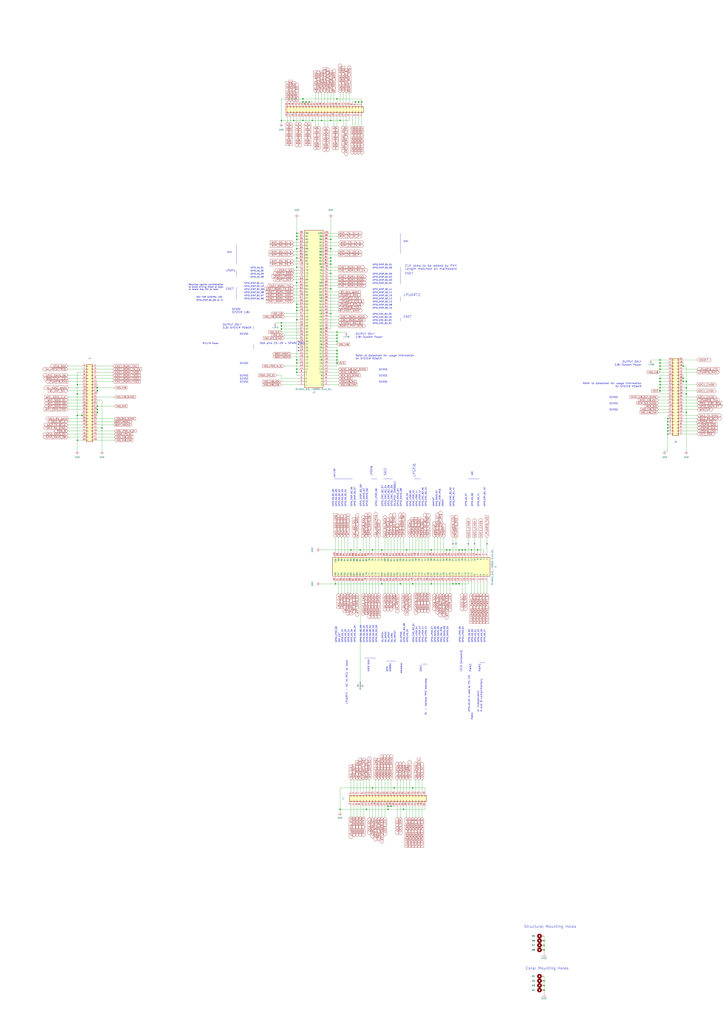
<source format=kicad_sch>
(kicad_sch (version 20231120) (generator "eeschema") (generator_version "8.0")
  (paper "A1" portrait)
  (title_block (title "PrintedCoralBoard") (date "2024-08-05") (rev "1.0.0") (company "Stanford Student Space Initiative") (comment 1 "RE: Flynn Dreilinger"))
  (junction (at 372.11 480.06))
  (junction (at 548.64 349.25))
  (junction (at 271.78 214.63))
  (junction (at 382.27 452.12))
  (junction (at 542.29 298.45))
  (junction (at 248.92 83.82))
  (junction (at 271.78 217.17))
  (junction (at 561.34 313.69))
  (junction (at 313.69 452.12))
  (junction (at 276.86 288.29))
  (junction (at 271.78 196.85))
  (junction (at 548.64 354.33))
  (junction (at 447.04 810.26))
  (junction (at 447.04 773.43))
  (junction (at 542.29 313.69))
  (junction (at 321.31 662.94))
  (junction (at 294.64 83.82))
  (junction (at 256.54 99.06))
  (junction (at 300.99 665.48))
  (junction (at 339.09 480.06))
  (junction (at 323.85 647.7))
  (junction (at 63.5 361.95))
  (junction (at 279.4 665.48))
  (junction (at 367.03 452.12))
  (junction (at 295.91 452.12))
  (junction (at 243.84 232.41))
  (junction (at 313.69 480.06))
  (junction (at 276.86 298.45))
  (junction (at 241.3 99.06))
  (junction (at 563.88 313.69))
  (junction (at 276.86 273.05))
  (junction (at 377.19 480.06))
  (junction (at 334.01 452.12))
  (junction (at 369.57 452.12))
  (junction (at 542.29 311.15))
  (junction (at 548.64 356.87))
  (junction (at 63.5 323.85))
  (junction (at 306.07 452.12))
  (junction (at 63.5 341.63))
  (junction (at 288.29 452.12))
  (junction (at 264.16 99.06))
  (junction (at 243.84 295.91))
  (junction (at 80.01 336.55))
  (junction (at 231.14 267.97))
  (junction (at 83.82 351.79))
  (junction (at 276.86 290.83))
  (junction (at 248.92 99.06))
  (junction (at 254 83.82))
  (junction (at 379.73 452.12))
  (junction (at 561.34 300.99))
  (junction (at 542.29 295.91))
  (junction (at 243.84 262.89))
  (junction (at 542.29 300.99))
  (junction (at 374.65 480.06))
  (junction (at 548.64 346.71))
  (junction (at 318.77 665.48))
  (junction (at 271.78 212.09))
  (junction (at 271.78 257.81))
  (junction (at 354.33 480.06))
  (junction (at 331.47 665.48))
  (junction (at 387.35 452.12))
  (junction (at 243.84 255.27))
  (junction (at 243.84 191.77))
  (junction (at 243.84 212.09))
  (junction (at 243.84 250.19))
  (junction (at 243.84 298.45))
  (junction (at 248.92 81.28))
  (junction (at 243.84 194.31))
  (junction (at 243.84 204.47))
  (junction (at 243.84 303.53))
  (junction (at 243.84 219.71))
  (junction (at 561.34 311.15))
  (junction (at 276.86 295.91))
  (junction (at 276.86 293.37))
  (junction (at 243.84 306.07))
  (junction (at 80.01 318.77))
  (junction (at 447.04 777.24))
  (junction (at 563.88 339.09))
  (junction (at 447.04 814.07))
  (junction (at 275.59 480.06))
  (junction (at 542.29 318.77))
  (junction (at 271.78 99.06))
  (junction (at 447.04 806.45))
  (junction (at 276.86 280.67))
  (junction (at 231.14 270.51))
  (junction (at 306.07 647.7))
  (junction (at 276.86 275.59))
  (junction (at 377.19 452.12))
  (junction (at 447.04 781.05))
  (junction (at 231.14 265.43))
  (junction (at 542.29 303.53))
  (junction (at 392.43 452.12))
  (junction (at 63.5 316.23))
  (junction (at 542.29 321.31))
  (junction (at 297.18 83.82))
  (junction (at 279.4 99.06))
  (junction (at 80.01 334.01))
  (junction (at 328.93 480.06))
  (junction (at 276.86 278.13))
  (junction (at 339.09 647.7))
  (junction (at 80.01 321.31))
  (junction (at 271.78 204.47))
  (junction (at 563.88 318.77))
  (junction (at 542.29 316.23))
  (junction (at 67.31 341.63))
  (junction (at 271.78 237.49))
  (junction (at 318.77 662.94))
  (junction (at 354.33 452.12))
  (junction (at 292.1 83.82))
  (junction (at 243.84 252.73))
  (junction (at 548.64 344.17))
  (junction (at 563.88 323.85))
  (junction (at 271.78 224.79))
  (junction (at 231.14 99.06))
  (junction (at 80.01 339.09))
  (junction (at 276.86 81.28))
  (junction (at 243.84 196.85))
  (junction (at 548.64 351.79))
  (junction (at 251.46 83.82))
  (no_connect (at 245.11 283.21))
  (no_connect (at 372.11 447.04))
  (no_connect (at 245.11 288.29))
  (no_connect (at 374.65 447.04))
  (no_connect (at 400.05 447.04))
  (no_connect (at 389.89 447.04))
  (no_connect (at 245.11 285.75))
  (no_connect (at 245.11 280.67))
  (no_connect (at 384.81 447.04))
  (wire (pts (xy 63.5 306.07) (xy 63.5 316.23)))
  (wire (pts (xy 276.86 285.75) (xy 276.86 288.29)))
  (wire (pts (xy 561.34 303.53) (xy 572.77 303.53)))
  (wire (pts (xy 306.07 452.12) (xy 306.07 453.39)))
  (wire (pts (xy 238.76 96.52) (xy 238.76 100.33)))
  (polyline (pts (xy 299.72 541.02) (xy 308.61 541.02)))
  (wire (pts (xy 67.31 354.33) (xy 55.88 354.33)))
  (wire (pts (xy 270.51 293.37) (xy 276.86 293.37)))
  (wire (pts (xy 344.17 650.24) (xy 344.17 641.35)))
  (wire (pts (xy 271.78 224.79) (xy 270.51 224.79)))
  (wire (pts (xy 80.01 334.01) (xy 80.01 336.55)))
  (wire (pts (xy 361.95 453.39) (xy 361.95 441.96)))
  (wire (pts (xy 318.77 662.94) (xy 318.77 665.48)))
  (wire (pts (xy 372.11 480.06) (xy 372.11 478.79)))
  (wire (pts (xy 387.35 487.68) (xy 387.35 478.79)))
  (wire (pts (xy 266.7 83.82) (xy 266.7 76.2)))
  (wire (pts (xy 231.14 99.06) (xy 241.3 99.06)))
  (wire (pts (xy 293.37 478.79) (xy 293.37 487.68)))
  (wire (pts (xy 447.04 769.62) (xy 447.04 773.43)))
  (wire (pts (xy 63.5 316.23) (xy 63.5 323.85)))
  (wire (pts (xy 548.64 349.25) (xy 548.64 351.79)))
  (wire (pts (xy 93.98 356.87) (xy 80.01 356.87)))
  (wire (pts (xy 316.23 641.35) (xy 316.23 650.24)))
  (wire (pts (xy 313.69 480.06) (xy 328.93 480.06)))
  (wire (pts (xy 548.64 318.77) (xy 542.29 318.77)))
  (wire (pts (xy 306.07 662.94) (xy 306.07 671.83)))
  (wire (pts (xy 270.51 265.43) (xy 278.13 265.43)))
  (wire (pts (xy 306.07 487.68) (xy 306.07 478.79)))
  (wire (pts (xy 561.34 300.99) (xy 563.88 300.99)))
  (wire (pts (xy 369.57 478.79) (xy 369.57 487.68)))
  (wire (pts (xy 316.23 478.79) (xy 316.23 487.68)))
  (wire (pts (xy 331.47 662.94) (xy 331.47 665.48)))
  (wire (pts (xy 336.55 478.79) (xy 336.55 487.68)))
  (wire (pts (xy 241.3 227.33) (xy 245.11 227.33)))
  (wire (pts (xy 447.04 777.24) (xy 447.04 781.05)))
  (wire (pts (xy 542.29 303.53) (xy 548.64 303.53)))
  (wire (pts (xy 297.18 83.82) (xy 297.18 81.28)))
  (wire (pts (xy 292.1 83.82) (xy 294.64 83.82)))
  (wire (pts (xy 93.98 344.17) (xy 80.01 344.17)))
  (wire (pts (xy 270.51 196.85) (xy 271.78 196.85)))
  (wire (pts (xy 63.5 341.63) (xy 63.5 361.95)))
  (wire (pts (xy 534.67 295.91) (xy 542.29 295.91)))
  (wire (pts (xy 349.25 650.24) (xy 349.25 647.7)))
  (wire (pts (xy 92.71 308.61) (xy 80.01 308.61)))
  (wire (pts (xy 295.91 452.12) (xy 295.91 453.39)))
  (wire (pts (xy 279.4 99.06) (xy 271.78 99.06)))
  (wire (pts (xy 279.4 76.2) (xy 279.4 83.82)))
  (wire (pts (xy 313.69 452.12) (xy 334.01 452.12)))
  (wire (pts (xy 254 96.52) (xy 254 100.33)))
  (wire (pts (xy 288.29 452.12) (xy 288.29 453.39)))
  (wire (pts (xy 306.07 452.12) (xy 313.69 452.12)))
  (wire (pts (xy 323.85 453.39) (xy 323.85 441.96)))
  (wire (pts (xy 278.13 234.95) (xy 270.51 234.95)))
  (wire (pts (xy 276.86 295.91) (xy 276.86 293.37)))
  (wire (pts (xy 271.78 99.06) (xy 264.16 99.06)))
  (wire (pts (xy 276.86 280.67) (xy 276.86 278.13)))
  (wire (pts (xy 231.14 311.15) (xy 245.11 311.15)))
  (wire (pts (xy 279.4 668.02) (xy 279.4 665.48)))
  (wire (pts (xy 318.77 665.48) (xy 331.47 665.48)))
  (wire (pts (xy 270.51 298.45) (xy 276.86 298.45)))
  (wire (pts (xy 323.85 478.79) (xy 323.85 487.68)))
  (wire (pts (xy 245.11 234.95) (xy 241.3 234.95)))
  (wire (pts (xy 243.84 250.19) (xy 243.84 232.41)))
  (wire (pts (xy 397.51 452.12) (xy 397.51 453.39)))
  (wire (pts (xy 243.84 204.47) (xy 243.84 196.85)))
  (wire (pts (xy 276.86 280.67) (xy 276.86 283.21)))
  (wire (pts (xy 372.11 453.39) (xy 372.11 441.96)))
  (wire (pts (xy 285.75 478.79) (xy 285.75 487.68)))
  (wire (pts (xy 270.51 245.11) (xy 278.13 245.11)))
  (wire (pts (xy 245.11 212.09) (xy 243.84 212.09)))
  (wire (pts (xy 313.69 662.94) (xy 313.69 671.83)))
  (wire (pts (xy 392.43 478.79) (xy 392.43 487.68)))
  (wire (pts (xy 243.84 255.27) (xy 243.84 252.73)))
  (wire (pts (xy 276.86 288.29) (xy 276.86 290.83)))
  (wire (pts (xy 389.89 453.39) (xy 389.89 441.96)))
  (wire (pts (xy 241.3 237.49) (xy 245.11 237.49)))
  (wire (pts (xy 548.64 328.93) (xy 541.02 328.93)))
  (wire (pts (xy 278.13 229.87) (xy 270.51 229.87)))
  (wire (pts (xy 67.31 356.87) (xy 55.88 356.87)))
  (wire (pts (xy 294.64 83.82) (xy 297.18 83.82)))
  (wire (pts (xy 276.86 280.67) (xy 270.51 280.67)))
  (wire (pts (xy 542.29 303.53) (xy 542.29 300.99)))
  (wire (pts (xy 67.31 303.53) (xy 55.88 303.53)))
  (wire (pts (xy 276.86 275.59) (xy 270.51 275.59)))
  (wire (pts (xy 256.54 96.52) (xy 256.54 99.06)))
  (wire (pts (xy 321.31 478.79) (xy 321.31 487.68)))
  (wire (pts (xy 561.34 295.91) (xy 572.77 295.91)))
  (wire (pts (xy 298.45 662.94) (xy 298.45 671.83)))
  (wire (pts (xy 394.97 453.39) (xy 394.97 441.96)))
  (wire (pts (xy 67.31 334.01) (xy 55.88 334.01)))
  (wire (pts (xy 334.01 452.12) (xy 334.01 453.39)))
  (wire (pts (xy 346.71 453.39) (xy 346.71 441.96)))
  (wire (pts (xy 245.11 201.93) (xy 241.3 201.93)))
  (wire (pts (xy 300.99 641.35) (xy 300.99 650.24)))
  (wire (pts (xy 67.31 346.71) (xy 55.88 346.71)))
  (wire (pts (xy 259.08 76.2) (xy 259.08 83.82)))
  (wire (pts (xy 313.69 480.06) (xy 313.69 478.79)))
  (wire (pts (xy 328.93 453.39) (xy 328.93 441.96)))
  (wire (pts (xy 548.64 356.87) (xy 548.64 370.84)))
  (wire (pts (xy 245.11 316.23) (xy 231.14 316.23)))
  (wire (pts (xy 245.11 306.07) (xy 243.84 306.07)))
  (wire (pts (xy 542.29 295.91) (xy 542.29 298.45)))
  (wire (pts (xy 561.34 356.87) (xy 572.77 356.87)))
  (wire (pts (xy 278.13 222.25) (xy 270.51 222.25)))
  (wire (pts (xy 287.02 99.06) (xy 279.4 99.06)))
  (wire (pts (xy 541.02 336.55) (xy 548.64 336.55)))
  (wire (pts (xy 67.31 328.93) (xy 55.88 328.93)))
  (wire (pts (xy 351.79 453.39) (xy 351.79 441.96)))
  (wire (pts (xy 318.77 650.24) (xy 318.77 641.35)))
  (wire (pts (xy 80.01 321.31) (xy 80.01 323.85)))
  (wire (pts (xy 349.25 478.79) (xy 349.25 487.68)))
  (wire (pts (xy 278.13 260.35) (xy 270.51 260.35)))
  (wire (pts (xy 379.73 452.12) (xy 379.73 453.39)))
  (wire (pts (xy 270.51 201.93) (xy 278.13 201.93)))
  (wire (pts (xy 561.34 346.71) (xy 572.77 346.71)))
  (wire (pts (xy 276.86 104.14) (xy 276.86 96.52)))
  (wire (pts (xy 245.11 278.13) (xy 233.68 278.13)))
  (wire (pts (xy 561.34 306.07) (xy 572.77 306.07)))
  (wire (pts (xy 270.51 308.61) (xy 278.13 308.61)))
  (wire (pts (xy 326.39 453.39) (xy 326.39 441.96)))
  (wire (pts (xy 63.5 316.23) (xy 67.31 316.23)))
  (wire (pts (xy 289.56 96.52) (xy 289.56 104.14)))
  (wire (pts (xy 447.04 781.05) (xy 447.04 783.59)))
  (wire (pts (xy 284.48 273.05) (xy 276.86 273.05)))
  (polyline (pts (xy 328.93 243.84) (xy 328.93 247.65)))
  (wire (pts (xy 243.84 250.19) (xy 245.11 250.19)))
  (polyline (pts (xy 328.93 191.77) (xy 328.93 208.28)))
  (polyline (pts (xy 328.93 261.62) (xy 328.93 264.16)))
  (wire (pts (xy 243.84 194.31) (xy 243.84 191.77)))
  (wire (pts (xy 264.16 99.06) (xy 256.54 99.06)))
  (wire (pts (xy 271.78 237.49) (xy 270.51 237.49)))
  (wire (pts (xy 354.33 452.12) (xy 354.33 453.39)))
  (wire (pts (xy 281.94 104.14) (xy 281.94 96.52)))
  (wire (pts (xy 276.86 283.21) (xy 270.51 283.21)))
  (wire (pts (xy 276.86 295.91) (xy 276.86 298.45)))
  (wire (pts (xy 271.78 204.47) (xy 270.51 204.47)))
  (wire (pts (xy 318.77 662.94) (xy 321.31 662.94)))
  (wire (pts (xy 285.75 453.39) (xy 285.75 441.96)))
  (wire (pts (xy 400.05 478.79) (xy 400.05 487.68)))
  (wire (pts (xy 269.24 76.2) (xy 269.24 83.82)))
  (wire (pts (xy 231.14 313.69) (xy 245.11 313.69)))
  (wire (pts (xy 248.92 99.06) (xy 241.3 99.06)))
  (wire (pts (xy 300.99 453.39) (xy 300.99 441.96)))
  (wire (pts (xy 271.78 217.17) (xy 271.78 214.63)))
  (wire (pts (xy 303.53 487.68) (xy 303.53 478.79)))
  (wire (pts (xy 331.47 650.24) (xy 331.47 641.35)))
  (wire (pts (xy 278.13 219.71) (xy 270.51 219.71)))
  (wire (pts (xy 336.55 650.24) (xy 336.55 641.35)))
  (wire (pts (xy 548.64 316.23) (xy 542.29 316.23)))
  (wire (pts (xy 245.11 222.25) (xy 241.3 222.25)))
  (wire (pts (xy 311.15 662.94) (xy 311.15 671.83)))
  (wire (pts (xy 270.51 194.31) (xy 278.13 194.31)))
  (wire (pts (xy 243.84 295.91) (xy 243.84 298.45)))
  (wire (pts (xy 270.51 212.09) (xy 271.78 212.09)))
  (wire (pts (xy 243.84 232.41) (xy 245.11 232.41)))
  (wire (pts (xy 561.34 318.77) (xy 563.88 318.77)))
  (wire (pts (xy 323.85 647.7) (xy 323.85 650.24)))
  (wire (pts (xy 243.84 191.77) (xy 245.11 191.77)))
  (wire (pts (xy 290.83 662.94) (xy 290.83 671.83)))
  (wire (pts (xy 548.64 331.47) (xy 541.02 331.47)))
  (wire (pts (xy 245.11 260.35) (xy 233.68 260.35)))
  (polyline (pts (xy 194.31 236.22) (xy 194.31 246.38)))
  (wire (pts (xy 316.23 662.94) (xy 316.23 671.83)))
  (wire (pts (xy 295.91 563.88) (xy 295.91 478.79)))
  (wire (pts (xy 278.13 478.79) (xy 278.13 487.68)))
  (wire (pts (xy 233.68 300.99) (xy 245.11 300.99)))
  (wire (pts (xy 241.3 224.79) (xy 245.11 224.79)))
  (wire (pts (xy 563.88 313.69) (xy 563.88 318.77)))
  (wire (pts (xy 270.51 255.27) (xy 278.13 255.27)))
  (wire (pts (xy 334.01 650.24) (xy 334.01 641.35)))
  (wire (pts (xy 328.93 650.24) (xy 328.93 641.35)))
  (wire (pts (xy 241.3 240.03) (xy 245.11 240.03)))
  (wire (pts (xy 313.69 452.12) (xy 313.69 453.39)))
  (wire (pts (xy 311.15 453.39) (xy 311.15 441.96)))
  (wire (pts (xy 231.14 273.05) (xy 231.14 270.51)))
  (wire (pts (xy 447.04 773.43) (xy 447.04 777.24)))
  (wire (pts (xy 243.84 303.53) (xy 245.11 303.53)))
  (wire (pts (xy 321.31 662.94) (xy 323.85 662.94)))
  (wire (pts (xy 231.14 308.61) (xy 231.14 311.15)))
  (wire (pts (xy 276.86 278.13) (xy 270.51 278.13)))
  (wire (pts (xy 270.51 199.39) (xy 278.13 199.39)))
  (wire (pts (xy 270.51 252.73) (xy 278.13 252.73)))
  (wire (pts (xy 295.91 650.24) (xy 295.91 641.35)))
  (wire (pts (xy 231.14 270.51) (xy 231.14 267.97)))
  (wire (pts (xy 243.84 212.09) (xy 243.84 204.47)))
  (wire (pts (xy 548.64 346.71) (xy 548.64 349.25)))
  (wire (pts (xy 92.71 311.15) (xy 80.01 311.15)))
  (wire (pts (xy 278.13 250.19) (xy 270.51 250.19)))
  (wire (pts (xy 311.15 478.79) (xy 311.15 487.68)))
  (wire (pts (xy 447.04 814.07) (xy 447.04 816.61)))
  (polyline (pts (xy 317.5 543.56) (xy 325.12 543.56)))
  (wire (pts (xy 563.88 323.85) (xy 563.88 339.09)))
  (wire (pts (xy 344.17 478.79) (xy 344.17 487.68)))
  (wire (pts (xy 245.11 229.87) (xy 241.3 229.87)))
  (wire (pts (xy 351.79 478.79) (xy 351.79 487.68)))
  (wire (pts (xy 67.31 318.77) (xy 55.88 318.77)))
  (wire (pts (xy 276.86 285.75) (xy 270.51 285.75)))
  (wire (pts (xy 318.77 478.79) (xy 318.77 487.68)))
  (wire (pts (xy 384.81 480.06) (xy 384.81 478.79)))
  (wire (pts (xy 67.31 331.47) (xy 55.88 331.47)))
  (wire (pts (xy 354.33 452.12) (xy 367.03 452.12)))
  (wire (pts (xy 561.34 334.01) (xy 572.77 334.01)))
  (wire (pts (xy 321.31 650.24) (xy 321.31 641.35)))
  (wire (pts (xy 561.34 354.33) (xy 572.77 354.33)))
  (wire (pts (xy 245.11 267.97) (xy 231.14 267.97)))
  (wire (pts (xy 243.84 204.47) (xy 245.11 204.47)))
  (wire (pts (xy 561.34 341.63) (xy 572.77 341.63)))
  (wire (pts (xy 275.59 480.06) (xy 313.69 480.06)))
  (wire (pts (xy 245.11 217.17) (xy 241.3 217.17)))
  (wire (pts (xy 306.07 647.7) (xy 306.07 650.24)))
  (wire (pts (xy 369.57 452.12) (xy 369.57 453.39)))
  (wire (pts (xy 303.53 650.24) (xy 303.53 641.35)))
  (wire (pts (xy 93.98 359.41) (xy 80.01 359.41)))
  (wire (pts (xy 542.29 313.69) (xy 548.64 313.69)))
  (wire (pts (xy 561.34 344.17) (xy 572.77 344.17)))
  (wire (pts (xy 295.91 452.12) (xy 306.07 452.12)))
  (wire (pts (xy 80.01 346.71) (xy 93.98 346.71)))
  (wire (pts (xy 231.14 81.28) (xy 248.92 81.28)))
  (wire (pts (xy 270.51 227.33) (xy 278.13 227.33)))
  (wire (pts (xy 280.67 478.79) (xy 280.67 487.68)))
  (wire (pts (xy 245.11 207.01) (xy 241.3 207.01)))
  (wire (pts (xy 563.88 318.77) (xy 563.88 323.85)))
  (polyline (pts (xy 350.52 546.1) (xy 349.25 546.1)))
  (wire (pts (xy 93.98 334.01) (xy 80.01 334.01)))
  (wire (pts (xy 392.43 452.12) (xy 392.43 453.39)))
  (polyline (pts (xy 274.32 393.7) (xy 289.56 393.7)))
  (wire (pts (xy 271.78 96.52) (xy 271.78 99.06)))
  (wire (pts (xy 548.64 334.01) (xy 541.02 334.01)))
  (wire (pts (xy 323.85 647.7) (xy 306.07 647.7)))
  (wire (pts (xy 542.29 308.61) (xy 542.29 311.15)))
  (wire (pts (xy 369.57 452.12) (xy 377.19 452.12)))
  (wire (pts (xy 359.41 478.79) (xy 359.41 487.68)))
  (wire (pts (xy 359.41 453.39) (xy 359.41 441.96)))
  (wire (pts (xy 67.31 349.25) (xy 55.88 349.25)))
  (wire (pts (xy 279.4 96.52) (xy 279.4 99.06)))
  (wire (pts (xy 542.29 308.61) (xy 548.64 308.61)))
  (wire (pts (xy 326.39 478.79) (xy 326.39 487.68)))
  (wire (pts (xy 271.78 257.81) (xy 270.51 257.81)))
  (polyline (pts (xy 346.71 546.1) (xy 350.52 546.1)))
  (wire (pts (xy 364.49 478.79) (xy 364.49 487.68)))
  (wire (pts (xy 92.71 300.99) (xy 80.01 300.99)))
  (wire (pts (xy 67.31 359.41) (xy 55.88 359.41)))
  (wire (pts (xy 400.05 453.39) (xy 400.05 441.96)))
  (wire (pts (xy 394.97 478.79) (xy 394.97 487.68)))
  (wire (pts (xy 561.34 321.31) (xy 572.77 321.31)))
  (wire (pts (xy 243.84 252.73) (xy 243.84 250.19)))
  (wire (pts (xy 377.19 452.12) (xy 377.19 453.39)))
  (wire (pts (xy 328.93 478.79) (xy 328.93 480.06)))
  (wire (pts (xy 334.01 671.83) (xy 334.01 662.94)))
  (wire (pts (xy 92.71 303.53) (xy 80.01 303.53)))
  (wire (pts (xy 93.98 326.39) (xy 80.01 326.39)))
  (polyline (pts (xy 340.36 393.7) (xy 345.44 393.7)))
  (wire (pts (xy 361.95 487.68) (xy 361.95 478.79)))
  (wire (pts (xy 346.71 662.94) (xy 346.71 671.83)))
  (wire (pts (xy 382.27 478.79) (xy 382.27 487.68)))
  (wire (pts (xy 279.4 647.7) (xy 279.4 665.48)))
  (wire (pts (xy 241.3 247.65) (xy 245.11 247.65)))
  (wire (pts (xy 227.33 308.61) (xy 231.14 308.61)))
  (wire (pts (xy 279.4 665.48) (xy 300.99 665.48)))
  (wire (pts (xy 67.31 344.17) (xy 55.88 344.17)))
  (wire (pts (xy 341.63 662.94) (xy 341.63 671.83)))
  (wire (pts (xy 384.81 453.39) (xy 384.81 441.96)))
  (wire (pts (xy 541.02 339.09) (xy 548.64 339.09)))
  (wire (pts (xy 278.13 262.89) (xy 270.51 262.89)))
  (wire (pts (xy 284.48 83.82) (xy 284.48 76.2)))
  (wire (pts (xy 243.84 194.31) (xy 245.11 194.31)))
  (wire (pts (xy 270.51 247.65) (xy 278.13 247.65)))
  (wire (pts (xy 241.3 245.11) (xy 245.11 245.11)))
  (polyline (pts (xy 328.93 219.71) (xy 328.93 233.68)))
  (wire (pts (xy 331.47 478.79) (xy 331.47 487.68)))
  (wire (pts (xy 243.84 308.61) (xy 243.84 306.07)))
  (wire (pts (xy 294.64 104.14) (xy 294.64 96.52)))
  (wire (pts (xy 243.84 219.71) (xy 243.84 212.09)))
  (wire (pts (xy 341.63 478.79) (xy 341.63 487.68)))
  (wire (pts (xy 274.32 96.52) (xy 274.32 104.14)))
  (wire (pts (xy 542.29 303.53) (xy 542.29 306.07)))
  (wire (pts (xy 339.09 647.7) (xy 323.85 647.7)))
  (wire (pts (xy 290.83 487.68) (xy 290.83 478.79)))
  (wire (pts (xy 377.19 480.06) (xy 377.19 478.79)))
  (wire (pts (xy 288.29 650.24) (xy 288.29 641.35)))
  (wire (pts (xy 561.34 311.15) (xy 561.34 313.69)))
  (wire (pts (xy 563.88 370.84) (xy 563.88 339.09)))
  (wire (pts (xy 63.5 361.95) (xy 63.5 370.84)))
  (wire (pts (xy 67.31 351.79) (xy 55.88 351.79)))
  (wire (pts (xy 243.84 303.53) (xy 243.84 298.45)))
  (wire (pts (xy 300.99 665.48) (xy 318.77 665.48)))
  (wire (pts (xy 447.04 810.26) (xy 447.04 814.07)))
  (wire (pts (xy 561.34 308.61) (xy 561.34 311.15)))
  (wire (pts (xy 278.13 313.69) (xy 270.51 313.69)))
  (polyline (pts (xy 393.7 544.83) (xy 398.78 544.83)))
  (wire (pts (xy 243.84 196.85) (xy 245.11 196.85)))
  (wire (pts (xy 67.31 321.31) (xy 55.88 321.31)))
  (wire (pts (xy 331.47 665.48) (xy 349.25 665.48)))
  (wire (pts (xy 367.03 452.12) (xy 367.03 453.39)))
  (wire (pts (xy 377.19 480.06) (xy 384.81 480.06)))
  (wire (pts (xy 276.86 290.83) (xy 270.51 290.83)))
  (wire (pts (xy 334.01 452.12) (xy 354.33 452.12)))
  (wire (pts (xy 276.86 293.37) (xy 276.86 290.83)))
  (wire (pts (xy 548.64 295.91) (xy 542.29 295.91)))
  (wire (pts (xy 270.51 207.01) (xy 278.13 207.01)))
  (wire (pts (xy 245.11 209.55) (xy 241.3 209.55)))
  (wire (pts (xy 389.89 487.68) (xy 389.89 478.79)))
  (wire (pts (xy 67.31 326.39) (xy 55.88 326.39)))
  (wire (pts (xy 542.29 316.23) (xy 542.29 313.69)))
  (wire (pts (xy 67.31 300.99) (xy 55.88 300.99)))
  (wire (pts (xy 331.47 453.39) (xy 331.47 441.96)))
  (wire (pts (xy 275.59 478.79) (xy 275.59 480.06)))
  (wire (pts (xy 67.31 306.07) (xy 63.5 306.07)))
  (wire (pts (xy 80.01 318.77) (xy 93.98 318.77)))
  (wire (pts (xy 284.48 104.14) (xy 284.48 96.52)))
  (wire (pts (xy 293.37 650.24) (xy 293.37 641.35)))
  (wire (pts (xy 293.37 453.39) (xy 293.37 441.96)))
  (wire (pts (xy 346.71 650.24) (xy 346.71 641.35)))
  (wire (pts (xy 397.51 487.68) (xy 397.51 478.79)))
  (wire (pts (xy 288.29 662.94) (xy 288.29 671.83)))
  (wire (pts (xy 256.54 99.06) (xy 248.92 99.06)))
  (wire (pts (xy 271.78 224.79) (xy 271.78 237.49)))
  (wire (pts (xy 245.11 295.91) (xy 243.84 295.91)))
  (wire (pts (xy 246.38 96.52) (xy 246.38 100.33)))
  (wire (pts (xy 271.78 83.82) (xy 271.78 76.2)))
  (wire (pts (xy 270.51 295.91) (xy 276.86 295.91)))
  (wire (pts (xy 318.77 453.39) (xy 318.77 441.96)))
  (wire (pts (xy 63.5 341.63) (xy 67.31 341.63)))
  (wire (pts (xy 542.29 321.31) (xy 542.29 323.85)))
  (wire (pts (xy 243.84 298.45) (xy 245.11 298.45)))
  (wire (pts (xy 563.88 323.85) (xy 561.34 323.85)))
  (wire (pts (xy 295.91 662.94) (xy 295.91 671.83)))
  (wire (pts (xy 278.13 316.23) (xy 270.51 316.23)))
  (wire (pts (xy 561.34 331.47) (xy 572.77 331.47)))
  (wire (pts (xy 349.25 647.7) (xy 339.09 647.7)))
  (wire (pts (xy 80.01 361.95) (xy 93.98 361.95)))
  (wire (pts (xy 243.84 252.73) (xy 245.11 252.73)))
  (wire (pts (xy 251.46 96.52) (xy 251.46 100.33)))
  (wire (pts (xy 321.31 453.39) (xy 321.31 441.96)))
  (wire (pts (xy 243.84 232.41) (xy 243.84 219.71)))
  (wire (pts (xy 271.78 214.63) (xy 270.51 214.63)))
  (wire (pts (xy 326.39 650.24) (xy 326.39 641.35)))
  (wire (pts (xy 245.11 257.81) (xy 233.68 257.81)))
  (wire (pts (xy 367.03 452.12) (xy 369.57 452.12)))
  (wire (pts (xy 246.38 83.82) (xy 248.92 83.82)))
  (wire (pts (xy 356.87 478.79) (xy 356.87 487.68)))
  (wire (pts (xy 251.46 83.82) (xy 254 83.82)))
  (polyline (pts (xy 194.31 222.25) (xy 194.31 227.33)))
  (wire (pts (xy 270.51 306.07) (xy 278.13 306.07)))
  (wire (pts (xy 313.69 641.35) (xy 313.69 650.24)))
  (wire (pts (xy 374.65 480.06) (xy 377.19 480.06)))
  (wire (pts (xy 542.29 306.07) (xy 548.64 306.07)))
  (polyline (pts (xy 194.31 200.66) (xy 194.31 217.17)))
  (wire (pts (xy 287.02 83.82) (xy 287.02 76.2)))
  (wire (pts (xy 561.34 313.69) (xy 563.88 313.69)))
  (wire (pts (xy 561.34 316.23) (xy 572.77 316.23)))
  (wire (pts (xy 339.09 662.94) (xy 339.09 671.83)))
  (wire (pts (xy 541.02 326.39) (xy 548.64 326.39)))
  (wire (pts (xy 248.92 81.28) (xy 276.86 81.28)))
  (wire (pts (xy 281.94 76.2) (xy 281.94 83.82)))
  (wire (pts (xy 270.51 270.51) (xy 271.78 270.51)))
  (wire (pts (xy 548.64 351.79) (xy 548.64 354.33)))
  (wire (pts (xy 346.71 478.79) (xy 346.71 487.68)))
  (wire (pts (xy 328.93 480.06) (xy 339.09 480.06)))
  (wire (pts (xy 276.86 275.59) (xy 276.86 278.13)))
  (wire (pts (xy 248.92 96.52) (xy 248.92 99.06)))
  (wire (pts (xy 271.78 237.49) (xy 271.78 257.81)))
  (wire (pts (xy 269.24 96.52) (xy 269.24 104.14)))
  (polyline (pts (xy 314.96 393.7) (xy 322.58 393.7)))
  (wire (pts (xy 563.88 300.99) (xy 563.88 313.69)))
  (wire (pts (xy 328.93 662.94) (xy 328.93 671.83)))
  (wire (pts (xy 542.29 318.77) (xy 542.29 321.31)))
  (wire (pts (xy 392.43 452.12) (xy 397.51 452.12)))
  (wire (pts (xy 270.51 191.77) (xy 278.13 191.77)))
  (wire (pts (xy 276.86 298.45) (xy 276.86 300.99)))
  (wire (pts (xy 245.11 273.05) (xy 231.14 273.05)))
  (wire (pts (xy 298.45 650.24) (xy 298.45 641.35)))
  (wire (pts (xy 377.19 452.12) (xy 379.73 452.12)))
  (wire (pts (xy 92.71 313.69) (xy 80.01 313.69)))
  (wire (pts (xy 379.73 478.79) (xy 379.73 487.68)))
  (wire (pts (xy 93.98 354.33) (xy 80.01 354.33)))
  (wire (pts (xy 287.02 96.52) (xy 287.02 99.06)))
  (wire (pts (xy 372.11 480.06) (xy 374.65 480.06)))
  (wire (pts (xy 248.92 81.28) (xy 248.92 83.82)))
  (wire (pts (xy 303.53 662.94) (xy 303.53 671.83)))
  (wire (pts (xy 447.04 806.45) (xy 447.04 810.26)))
  (wire (pts (xy 245.11 293.37) (xy 238.76 293.37)))
  (wire (pts (xy 280.67 453.39) (xy 280.67 441.96)))
  (wire (pts (xy 243.84 262.89) (xy 245.11 262.89)))
  (wire (pts (xy 270.51 311.15) (xy 278.13 311.15)))
  (wire (pts (xy 288.29 478.79) (xy 288.29 487.68)))
  (wire (pts (xy 271.78 270.51) (xy 271.78 257.81)))
  (wire (pts (xy 278.13 232.41) (xy 270.51 232.41)))
  (wire (pts (xy 231.14 270.51) (xy 245.11 270.51)))
  (wire (pts (xy 293.37 662.94) (xy 293.37 671.83)))
  (wire (pts (xy 349.25 662.94) (xy 349.25 665.48)))
  (wire (pts (xy 270.51 267.97) (xy 278.13 267.97)))
  (wire (pts (xy 276.86 81.28) (xy 297.18 81.28)))
  (wire (pts (xy 308.61 671.83) (xy 308.61 662.94)))
  (wire (pts (xy 80.01 351.79) (xy 83.82 351.79)))
  (wire (pts (xy 270.51 273.05) (xy 276.86 273.05)))
  (wire (pts (xy 339.09 647.7) (xy 339.09 650.24)))
  (wire (pts (xy 80.01 339.09) (xy 80.01 341.63)))
  (wire (pts (xy 344.17 453.39) (xy 344.17 441.96)))
  (wire (pts (xy 245.11 308.61) (xy 243.84 308.61)))
  (wire (pts (xy 243.84 306.07) (xy 243.84 303.53)))
  (wire (pts (xy 243.84 295.91) (xy 243.84 262.89)))
  (wire (pts (xy 298.45 487.68) (xy 298.45 478.79)))
  (wire (pts (xy 248.92 83.82) (xy 251.46 83.82)))
  (wire (pts (xy 274.32 83.82) (xy 274.32 76.2)))
  (polyline (pts (xy 208.28 283.21) (xy 208.28 287.02)))
  (wire (pts (xy 303.53 453.39) (xy 303.53 441.96)))
  (wire (pts (xy 374.65 480.06) (xy 374.65 478.79)))
  (wire (pts (xy 245.11 275.59) (xy 233.68 275.59)))
  (wire (pts (xy 339.09 480.06) (xy 339.09 478.79)))
  (wire (pts (xy 548.64 354.33) (xy 548.64 356.87)))
  (wire (pts (xy 341.63 650.24) (xy 341.63 641.35)))
  (wire (pts (xy 336.55 671.83) (xy 336.55 662.94)))
  (wire (pts (xy 264.16 83.82) (xy 264.16 76.2)))
  (wire (pts (xy 271.78 212.09) (xy 271.78 204.47)))
  (wire (pts (xy 561.34 349.25) (xy 572.77 349.25)))
  (wire (pts (xy 80.01 328.93) (xy 83.82 328.93)))
  (wire (pts (xy 80.01 316.23) (xy 80.01 318.77)))
  (wire (pts (xy 292.1 104.14) (xy 292.1 96.52)))
  (wire (pts (xy 367.03 478.79) (xy 367.03 487.68)))
  (wire (pts (xy 245.11 255.27) (xy 243.84 255.27)))
  (wire (pts (xy 447.04 802.64) (xy 447.04 806.45)))
  (wire (pts (xy 231.14 265.43) (xy 231.14 267.97)))
  (wire (pts (xy 300.99 662.94) (xy 300.99 665.48)))
  (wire (pts (xy 356.87 453.39) (xy 356.87 441.96)))
  (wire (pts (xy 63.5 323.85) (xy 63.5 341.63)))
  (wire (pts (xy 63.5 361.95) (xy 67.31 361.95)))
  (wire (pts (xy 271.78 196.85) (xy 271.78 179.07)))
  (wire (pts (xy 67.31 308.61) (xy 55.88 308.61)))
  (wire (pts (xy 261.62 83.82) (xy 261.62 76.2)))
  (wire (pts (xy 245.11 265.43) (xy 231.14 265.43)))
  (wire (pts (xy 226.06 265.43) (xy 231.14 265.43)))
  (wire (pts (xy 261.62 96.52) (xy 261.62 104.14)))
  (wire (pts (xy 548.64 321.31) (xy 542.29 321.31)))
  (wire (pts (xy 270.51 242.57) (xy 278.13 242.57)))
  (wire (pts (xy 67.31 313.69) (xy 55.88 313.69)))
  (wire (pts (xy 63.5 323.85) (xy 67.31 323.85)))
  (wire (pts (xy 298.45 453.39) (xy 298.45 441.96)))
  (wire (pts (xy 67.31 311.15) (xy 55.88 311.15)))
  (wire (pts (xy 275.59 453.39) (xy 275.59 441.96)))
  (wire (pts (xy 364.49 453.39) (xy 364.49 441.96)))
  (wire (pts (xy 336.55 453.39) (xy 336.55 441.96)))
  (wire (pts (xy 344.17 671.83) (xy 344.17 662.94)))
  (wire (pts (xy 563.88 339.09) (xy 561.34 339.09)))
  (wire (pts (xy 349.25 453.39) (xy 349.25 441.96)))
  (polyline (pts (xy 208.28 267.97) (xy 208.28 270.51)))
  (wire (pts (xy 83.82 328.93) (xy 83.82 351.79)))
  (polyline (pts (xy 304.8 393.7) (xy 309.88 393.7)))
  (wire (pts (xy 288.29 452.12) (xy 295.91 452.12)))
  (wire (pts (xy 548.64 344.17) (xy 548.64 346.71)))
  (wire (pts (xy 288.29 452.12) (xy 262.89 452.12)))
  (wire (pts (xy 231.14 81.28) (xy 231.14 99.06)))
  (polyline (pts (xy 384.81 393.7) (xy 393.7 393.7)))
  (wire (pts (xy 306.07 647.7) (xy 279.4 647.7)))
  (wire (pts (xy 271.78 214.63) (xy 271.78 212.09)))
  (wire (pts (xy 271.78 204.47) (xy 271.78 196.85)))
  (wire (pts (xy 276.86 81.28) (xy 276.86 83.82)))
  (wire (pts (xy 245.11 214.63) (xy 241.3 214.63)))
  (wire (pts (xy 92.71 306.07) (xy 80.01 306.07)))
  (wire (pts (xy 354.33 478.79) (xy 354.33 480.06)))
  (wire (pts (xy 80.01 336.55) (xy 80.01 339.09)))
  (wire (pts (xy 542.29 300.99) (xy 548.64 300.99)))
  (wire (pts (xy 245.11 199.39) (xy 241.3 199.39)))
  (wire (pts (xy 339.09 480.06) (xy 354.33 480.06)))
  (wire (pts (xy 308.61 641.35) (xy 308.61 650.24)))
  (wire (pts (xy 283.21 453.39) (xy 283.21 441.96)))
  (wire (pts (xy 231.14 99.06) (xy 231.14 101.6)))
  (wire (pts (xy 243.84 255.27) (xy 243.84 262.89)))
  (wire (pts (xy 278.13 240.03) (xy 270.51 240.03)))
  (wire (pts (xy 561.34 328.93) (xy 572.77 328.93)))
  (wire (pts (xy 341.63 453.39) (xy 341.63 441.96)))
  (wire (pts (xy 308.61 453.39) (xy 308.61 441.96)))
  (wire (pts (xy 334.01 478.79) (xy 334.01 487.68)))
  (wire (pts (xy 276.86 288.29) (xy 270.51 288.29)))
  (wire (pts (xy 80.01 349.25) (xy 93.98 349.25)))
  (wire (pts (xy 290.83 453.39) (xy 290.83 441.96)))
  (wire (pts (xy 297.18 104.14) (xy 297.18 96.52)))
  (wire (pts (xy 387.35 452.12) (xy 387.35 453.39)))
  (wire (pts (xy 243.84 191.77) (xy 243.84 179.07)))
  (wire (pts (xy 542.29 298.45) (xy 542.29 300.99)))
  (wire (pts (xy 245.11 219.71) (xy 243.84 219.71)))
  (wire (pts (xy 245.11 242.57) (xy 241.3 242.57)))
  (wire (pts (xy 290.83 650.24) (xy 290.83 641.35)))
  (wire (pts (xy 561.34 336.55) (xy 572.77 336.55)))
  (wire (pts (xy 382.27 452.12) (xy 382.27 453.39)))
  (wire (pts (xy 243.84 196.85) (xy 243.84 194.31)))
  (wire (pts (xy 374.65 453.39) (xy 374.65 441.96)))
  (wire (pts (xy 354.33 480.06) (xy 372.11 480.06)))
  (wire (pts (xy 259.08 96.52) (xy 259.08 104.14)))
  (wire (pts (xy 339.09 453.39) (xy 339.09 441.96)))
  (wire (pts (xy 278.13 209.55) (xy 270.51 209.55)))
  (wire (pts (xy 387.35 452.12) (xy 392.43 452.12)))
  (wire (pts (xy 236.22 96.52) (xy 236.22 100.33)))
  (wire (pts (xy 316.23 453.39) (xy 316.23 441.96)))
  (wire (pts (xy 379.73 452.12) (xy 382.27 452.12)))
  (wire (pts (xy 542.29 318.77) (xy 542.29 316.23)))
  (wire (pts (xy 542.29 311.15) (xy 542.29 313.69)))
  (wire (pts (xy 264.16 96.52) (xy 264.16 99.06)))
  (wire (pts (xy 542.29 298.45) (xy 548.64 298.45)))
  (wire (pts (xy 311.15 650.24) (xy 311.15 641.35)))
  (wire (pts (xy 275.59 480.06) (xy 262.89 480.06)))
  (wire (pts (xy 561.34 351.79) (xy 572.77 351.79)))
  (wire (pts (xy 561.34 326.39) (xy 572.77 326.39)))
  (wire (pts (xy 542.29 323.85) (xy 548.64 323.85)))
  (wire (pts (xy 80.01 318.77) (xy 80.01 321.31)))
  (wire (pts (xy 266.7 96.52) (xy 266.7 104.14)))
  (wire (pts (xy 300.99 478.79) (xy 300.99 487.68)))
  (wire (pts (xy 276.86 273.05) (xy 276.86 275.59)))
  (wire (pts (xy 278.13 303.53) (xy 270.51 303.53)))
  (wire (pts (xy 278.13 453.39) (xy 278.13 441.96)))
  (wire (pts (xy 561.34 298.45) (xy 561.34 300.99)))
  (wire (pts (xy 67.31 336.55) (xy 55.88 336.55)))
  (wire (pts (xy 67.31 339.09) (xy 67.31 341.63)))
  (wire (pts (xy 542.29 311.15) (xy 548.64 311.15)))
  (wire (pts (xy 270.51 217.17) (xy 271.78 217.17)))
  (wire (pts (xy 308.61 478.79) (xy 308.61 487.68)))
  (wire (pts (xy 83.82 351.79) (xy 83.82 370.84)))
  (wire (pts (xy 326.39 662.94) (xy 326.39 671.83)))
  (wire (pts (xy 245.11 290.83) (xy 238.76 290.83)))
  (wire (pts (xy 382.27 452.12) (xy 387.35 452.12)))
  (wire (pts (xy 243.84 96.52) (xy 243.84 100.33)))
  (wire (pts (xy 276.86 300.99) (xy 270.51 300.99)))
  (wire (pts (xy 289.56 83.82) (xy 292.1 83.82)))
  (wire (pts (xy 241.3 96.52) (xy 241.3 99.06)))
  (wire (pts (xy 283.21 478.79) (xy 283.21 487.68)))
  (wire (pts (xy 548.64 341.63) (xy 548.64 344.17)))
  (wire (pts (xy 548.64 370.84) (xy 546.1 370.84)))
  (wire (pts (xy 80.01 334.01) (xy 80.01 331.47)))
  (wire (pts (xy 271.78 217.17) (xy 271.78 224.79)))
  (wire (pts (xy 254 83.82) (xy 256.54 83.82)))
  (text "SYSTEM 1.8V" (at 190.5 257.81 0) (effects (font (size 1.524 1.524)) (justify left bottom)))
  (text "GPIO_AD_03" (at 393.7 528.32 90) (effects (font (size 1.2192 1.2192)) (justify left bottom)))
  (text "SENSE" (at 190.5 255.27 0) (effects (font (size 1.524 1.524)) (justify left bottom)))
  (text "GPIO_DISP_B1_05" (at 306.07 226.06 0) (effects (font (size 1.2192 1.2192)) (justify left bottom)))
  (text "GPIO_SD_B2_05" (at 297.18 528.32 90) (effects (font (size 1.2192 1.2192)) (justify left bottom)))
  (text "GPIO_AD_29" (at 205.74 226.06 0) (effects (font (size 1.2192 1.2192)) (justify left bottom)))
  (text "Odd pins 23-29 > SPARE PINS" (at 213.36 283.21 0) (effects (font (size 1.524 1.524)) (justify left bottom)))
  (text "ONOFF" (at 364.49 416.56 90) (effects (font (size 1.2192 1.2192)) (justify left bottom)))
  (text "GPIO_AD_01" (at 391.16 528.32 90) (effects (font (size 1.2192 1.2192)) (justify left bottom)))
  (text "GPIO_AD_32" (at 335.28 528.32 90) (effects (font (size 1.2192 1.2192)) (justify left bottom)))
  (text "GPIO_AD_33" (at 335.28 416.56 90) (effects (font (size 1.2192 1.2192)) (justify left bottom)))
  (text "USER SDIO" (at 303.53 552.45 90) (effects (font (size 1.2192 1.2192)) (justify left bottom)))
  (text "GPIO_AD_27" (at 398.78 528.32 90) (effects (font (size 1.2192 1.2192)) (justify left bottom)))
  (text "SENSE" (at 196.85 299.72 0) (effects (font (size 1.524 1.524)) (justify left bottom)))
  (text "GPIO_DISP_B1_03" (at 306.07 231.14 0) (effects (font (size 1.2192 1.2192)) (justify left bottom)))
  (text "GPIO_DISP_B2_08" (at 306.07 251.46 0) (effects (font (size 1.2192 1.2192)) (justify left bottom)))
  (text "GPIO_SNVS_08" (at 330.2 416.56 90) (effects (font (size 1.3716 1.3716)) (justify left bottom)))
  (text "GPIO_EMC_B2_19" (at 306.07 261.62 0) (effects (font (size 1.2192 1.2192)) (justify left bottom)))
  (text "GPIO_AD_26" (at 396.24 528.32 90) (effects (font (size 1.2192 1.2192)) (justify left bottom)))
  (text "GPIO_SNVS_09" (at 365.76 528.32 90) (effects (font (size 1.2192 1.2192)) (justify left bottom)))
  (text "GPIO_AD_28" (at 205.74 228.6 0) (effects (font (size 1.2192 1.2192)) (justify left bottom)))
  (text "GPIO_EMC_B1_41" (at 373.38 416.56 90) (effects (font (size 1.2192 1.2192)) (justify left bottom)))
  (text "GPIO_LPSR_05" (at 378.46 528.32 90) (effects (font (size 1.2192 1.2192)) (justify left bottom)))
  (text "GPIO_SD_B2_00" (at 309.88 528.32 90) (effects (font (size 1.2192 1.2192)) (justify left bottom)))
  (text "GPIO_SD_B1_03" (at 281.94 416.56 90) (effects (font (size 1.2192 1.2192)) (justify left bottom)))
  (text "SENSE" (at 311.15 304.8 0) (effects (font (size 1.524 1.524)) (justify left bottom)))
  (text "GPIO_DISP_B2_11" (at 306.07 241.3 0) (effects (font (size 1.2192 1.2192)) (justify left bottom)))
  (text "GPIO_DISP_B2_13" (at 306.07 248.92 0) (effects (font (size 1.2192 1.2192)) (justify left bottom)))
  (text "SENSE" (at 196.85 309.88 0) (effects (font (size 1.524 1.524)) (justify left bottom)))
  (text "GPIO_LPSR_00" (at 276.86 528.32 90) (effects (font (size 1.2192 1.2192)) (justify left bottom)))
  (text "GPIO_DISP_B2_10" (at 306.07 243.84 0) (effects (font (size 1.2192 1.2192)) (justify left bottom)))
  (text "GPIO_EMC_B2_10" (at 350.52 416.56 90) (effects (font (size 1.2192 1.2192)) (justify left bottom)))
  (text "GPIO_DISP_B2_07" (at 292.1 416.56 90) (effects (font (size 1.2192 1.2192)) (justify left bottom)))
  (text "Refer to datasheet for usage information" (at 527.05 316.23 0) (effects (font (size 1.524 1.524)) (justify right bottom)))
  (text "Coral Mounting Holes" (at 431.8 797.56 0) (effects (font (size 2.159 2.159)) (justify left bottom)))
  (text "NOT FOR GENERAL USE" (at 161.29 245.11 0) (effects (font (size 1.2192 1.2192)) (justify left bottom)))
  (text "DA_GPIO3" (at 317.5 528.32 90) (effects (font (size 1.2192 1.2192)) (justify left bottom)))
  (text "SAI2" (at 317.5 391.16 90) (effects (font (size 1.8288 1.8288)) (justify left bottom)))
  (text "GPIO_DISP_B1_07" (at 200.66 243.84 0) (effects (font (size 1.2192 1.2192)) (justify left bottom)))
  (text "GPIO_DISP_B2_06" (at 289.56 416.56 90) (effects (font (size 1.2192 1.2192)) (justify left bottom)))
  (text "GPIO_SD_B1_02" (at 279.4 416.56 90) (effects (font (size 1.2192 1.2192)) (justify left bottom)))
  (text "GPIO_LPSR_13" (at 345.44 528.32 90) (effects (font (size 1.2192 1.2192)) (justify left bottom)))
  (text "Refer to datasheet for usage information" (at 292.1 293.37 0) (effects (font (size 1.524 1.524)) (justify left bottom)))
  (text "GPIO_EMC_B2_00" (at 370.84 416.56 90) (effects (font (size 1.2192 1.2192)) (justify left bottom)))
  (text "Length matched on mainboard" (at 332.74 222.25 0) (effects (font (size 1.8288 1.8288)) (justify left bottom)))
  (text "GPIO_SD_B2_03" (at 302.26 528.32 90) (effects (font (size 1.2192 1.2192)) (justify left bottom)))
  (text "GPIO_LPSR_09" (at 337.82 416.56 90) (effects (font (size 1.2192 1.2192)) (justify left bottom)))
  (text "GPIO_SD_B2_01" (at 304.8 528.32 90) (effects (font (size 1.2192 1.2192)) (justify left bottom)))
  (text "GPIO_DISP_B1_10" (at 200.66 236.22 0) (effects (font (size 1.2192 1.2192)) (justify left bottom)))
  (text "SENSE" (at 311.15 309.88 0) (effects (font (size 1.524 1.524)) (justify left bottom)))
  (text "3.3V SYSTEM POWER" (at 182.88 270.51 0) (effects (font (size 1.524 1.524)) (justify left bottom)))
  (text "GPIO_DISP_B1_01" (at 306.07 218.44 0) (effects (font (size 1.2192 1.2192)) (justify left bottom)))
  (text "GPIO_SD_B1_05" (at 276.86 416.56 90) (effects (font (size 1.2192 1.2192)) (justify left bottom)))
  (text "GPIO_LPSR_07" (at 355.6 528.32 90) (effects (font (size 1.2192 1.2192)) (justify left bottom)))
  (text "GPIO_LPSR_04" (at 381 528.32 90) (effects (font (size 1.2192 1.2192)) (justify left bottom)))
  (text "MIPI" (at 331.47 199.39 0) (effects (font (size 1.2192 1.2192)) (justify left bottom)))
  (text "GPIO_DISP_B1_02" (at 306.07 228.6 0) (effects (font (size 1.2192 1.2192)) (justify left bottom)))
  (text "DA_nRESET" (at 325.12 528.32 90) (effects (font (size 1.2192 1.2192)) (justify left bottom)))
  (text "GPIO_DISP_B2_14" (at 306.07 238.76 0) (effects (font (size 1.2192 1.2192)) (justify left bottom)))
  (text "GPIO_SNVS_04" (at 327.66 416.56 90) (effects (font (size 1.3716 1.3716)) (justify left bottom)))
  (text "GPIO_SNVS_00" (at 360.68 528.32 90) (effects (font (size 1.2192 1.2192)) (justify left bottom)))
  (text "GPIO_EMC_B2_08" (at 332.74 528.32 90) (effects (font (size 1.2192 1.2192)) (justify left bottom)))
  (text "GPIO_SNVS_06" (at 302.26 416.56 90) (effects (font (size 1.3716 1.3716)) (justify left bottom)))
  (text "GPIO_EMC_B2_02" (at 306.07 266.7 0) (effects (font (size 1.2192 1.2192)) (justify left bottom)))
  (text "ENET" (at 185.42 238.76 0) (effects (font (size 1.8288 1.8288)) (justify left bottom)))
  (text "WIFI/BT" (at 275.59 392.43 90) (effects (font (size 1.2192 1.2192)) (justify left bottom)))
  (text "DAC_OUT" (at 279.4 528.32 90) (effects (font (size 1.2192 1.2192)) (justify left bottom)))
  (text "GPIO_AD_35" (at 289.56 528.32 90) (effects (font (size 1.2192 1.2192)) (justify left bottom)))
  (text "GPIO_AD_34" (at 281.94 528.32 90) (effects (font (size 1.2192 1.2192)) (justify left bottom)))
  (text "OUTPUT ONLY" (at 292.1 275.59 0) (effects (font (size 1.524 1.524)) (justify left bottom)))
  (text "PWM2:" (at 388.62 591.82 90) (effects (font (size 1.2192 1.2192)) (justify left bottom)))
  (text "GPIO_DISP_B1_04" (at 306.07 233.68 0) (effects (font (size 1.2192 1.2192)) (justify left bottom)))
  (text "DA_GPIO1 (DA9061)" (at 325.12 416.56 90) (effects (font (size 1.3716 1.3716)) (justify left bottom)))
  (text "OUTPUT ONLY" (at 527.05 298.45 0) (effects (font (size 1.524 1.524)) (justify right bottom)))
  (text "ADC" (at 388.62 391.16 90) (effects (font (size 1.2192 1.2192)) (justify left bottom)))
  (text "GPIO_LPSR_01" (at 342.9 528.32 90) (effects (font (size 1.2192 1.2192)) (justify left bottom)))
  (text "GPIO_AD_11" (at 393.7 416.56 90) (effects (font (size 1.2192 1.2192)) (justify left bottom)))
  (text "SENSE" (at 508 332.74 0) (effects (font (size 1.524 1.524)) (justify right bottom)))
  (text "1.8V System Power" (at 292.1 278.13 0) (effects (font (size 1.524 1.524)) (justify left bottom)))
  (text "GPIO_LPSR_11" (at 342.9 416.56 90) (effects (font (size 1.2192 1.2192)) (justify left bottom)))
  (text "01 -- Optional PMIC Watchdog" (at 350.52 588.01 90) (effects (font (size 1.2192 1.2192)) (justify left bottom)))
  (text "GPIO_EMC_B2_03" (at 306.07 264.16 0) (effects (font (size 1.2192 1.2192)) (justify left bottom)))
  (text "GPIO_LPSR_12" (at 345.44 416.56 90) (effects (font (size 1.2192 1.2192)) (justify left bottom)))
  (text "GPIO_DISP_B2_15" (at 306.07 254 0) (effects (font (size 1.2192 1.2192)) (justify left bottom)))
  (text "GPIO_SNVS_05" (at 358.14 528.32 90) (effects (font (size 1.2192 1.2192)) (justify left bottom)))
  (text "SENSE" (at 196.85 275.59 0) (effects (font (size 1.524 1.524)) (justify left bottom)))
  (text "DA_GPIO0" (at 330.2 528.32 90) (effects (font (size 1.2192 1.2192)) (justify left bottom)))
  (text "SENSE" (at 196.85 314.96 0) (effects (font (size 1.524 1.524)) (justify left bottom)))
  (text "GPIO_SD_B1_04" (at 292.1 528.32 90) (effects (font (size 1.2192 1.2192)) (justify left bottom)))
  (text "GPIO_EMC_B2_06" (at 347.98 416.56 90) (effects (font (size 1.2192 1.2192)) (justify left bottom)))
  (text "GPIO_DISP_B1_00" (at 306.07 220.98 0) (effects (font (size 1.2192 1.2192)) (justify left bottom)))
  (text "GPIO_AD_02 is used by TPU LED" (at 386.08 585.47 90) (effects (font (size 1.2192 1.2192)) (justify left bottom)))
  (text "DMIC" (at 346.71 552.45 90) (effects (font (size 1.524 1.524)) (justify left bottom)))
  (text "SENSE" (at 508 337.82 0) (effects (font (size 1.524 1.524)) (justify right bottom)))
  (text "GPIO_AD_31" (at 205.74 220.98 0) (effects (font (size 1.2192 1.2192)) (justify left bottom)))
  (text "GPIO_SD_B1_00" (at 274.32 416.56 90) (effects (font (size 1.2192 1.2192)) (justify left bottom)))
  (text "GPIO_SNVS_01" (at 330.2 553.72 90) (effects (font (size 0.762 0.762)) (justify left bottom)))
  (text "GPIO_SD_B1_01" (at 284.48 416.56 90) (effects (font (size 1.2192 1.2192)) (justify left bottom)))
  (text "PMIC_STBY_REQ" (at 361.95 416.56 90) (effects (font (size 1.2192 1.2192)) (justify left bottom)))
  (text "SENSE" (at 508 327.66 0) (effects (font (size 1.524 1.524)) (justify right bottom)))
  (text "GPIO_AD_24" (at 287.02 528.32 90) (effects (font (size 1.2192 1.2192)) (justify left bottom)))
  (text "GPIO_AD_02" (at 386.08 528.32 90) (effects (font (size 1.2192 1.2192)) (justify left bottom)))
  (text "Structural Mounting Holes" (at 430.53 763.27 0) (effects (font (size 2.159 2.159)) (justify left bottom)))
  (text "PMIC_ON_REQ" (at 363.22 528.32 90) (effects (font (size 1.2192 1.2192)) (justify left bottom)))
  (text "LPSPI6" (at 341.63 392.43 90) (effects (font (size 2.1336 2.1336)) (justify left bottom)))
  (text "I2C5 (onboard)" (at 379.73 552.45 90) (effects (font (size 1.524 1.524)) (justify left bottom)))
  (text "GPIO_LPSR_15" (at 350.52 528.32 90) (effects (font (size 1.2192 1.2192)) (justify left bottom)))
  (text "LPUART1 - NC to MCU at boot" (at 285.75 579.12 90) (effects (font (size 1.524 1.524)) (justify left bottom)))
  (text "DA_GPIO4" (at 314.96 528.32 90) (effects (font (size 1.2192 1.2192)) (justify left bottom)))
  (text "RT1170 Power" (at 166.37 283.21 0) (effects (font (size 1.2192 1.2192)) (justify left bottom)))
  (text "LPSPI1" (at 185.42 223.52 0) (effects (font (size 1.524 1.524)) (justify left bottom)))
  (text "GPIO" (at 318.77 552.45 90) (effects (font (size 1.2192 1.2192)) (justify left bottom)))
  (text "SENSE" (at 196.85 312.42 0) (effects (font (size 1.524 1.524)) (justify left bottom)))
  (text "GPIO_SD_B2_02" (at 307.34 528.32 90) (effects (font (size 1.2192 1.2192)) (justify left bottom)))
  (text "MIPI" (at 186.69 208.28 0) (effects (font (size 1.2192 1.2192)) (justify left bottom)))
  (text "CLK skew to be added by PHY" (at 332.74 219.71 0) (effects (font (size 1.8288 1.8288)) (justify left bottom)))
  (text "GPIO_DISP_B2_09" (at 297.18 416.56 90) (effects (font (size 1.3716 1.3716)) (justify left bottom)))
  (text "5V SYSTEM POWER" (at 527.05 318.77 0) (effects (font (size 1.524 1.524)) (justify right bottom)))
  (text "GPIO_LPSR_14" (at 347.98 528.32 90) (effects (font (size 1.2192 1.2192)) (justify left bottom)))
  (text "GPIO_EMC_B2_05" (at 322.58 416.56 90) (effects (font (size 1.3716 1.3716)) (justify left bottom)))
  (text "GPIO_LPSR_06" (at 309.88 416.56 90) (effects (font (size 1.3716 1.3716)) (justify left bottom)))
  (text "GPIO_EMC_B2_09" (at 320.04 416.56 90) (effects (font (size 1.3716 1.3716)) (justify left bottom)))
  (text "GPIO_DISP_B1_06" (at 200.66 246.38 0) (effects (font (size 1.2192 1.2192)) (justify left bottom)))
  (text "GPIO_AD_00" (at 388.62 528.32 90) (effects (font (size 1.2192 1.2192)) (justify left bottom)))
  (text "GPIO_LPSR_10" (at 340.36 416.56 90) (effects (font (size 1.2192 1.2192)) (justify left bottom)))
  (text "DA_nIRQ" (at 322.58 528.32 90) (effects (font (size 1.2192 1.2192)) (justify left bottom)))
  (text "or independent" (at 393.7 585.47 90) (effects (font (size 1.524 1.524)) (justify left bottom)))
  (text "GPIO_DISP_B2_12" (at 306.07 246.38 0) (effects (font (size 1.2192 1.2192)) (justify left bottom)))
  (text "PWM2" (at 387.35 552.45 90) (effects (font (size 1.524 1.524)) (justify left bottom)))
  (text "GPIO_SNVS_03" (at 368.3 528.32 90) (effects (font (size 1.2192 1.2192)) (justify left bottom)))
  (text "ENET" (at 332.74 226.06 0) (effects (font (size 1.8288 1.8288)) (justify left bottom)))
  (text "LPSPI6" (at 306.07 391.16 90) (effects (font (size 1.524 1.524)) (justify left bottom)))
  (text "GPIO_EMC_B2_07" (at 314.96 416.56 90) (effects (font (size 1.3716 1.3716)) (justify left bottom)))
  (text "WAKEUP" (at 356.87 416.56 90) (effects (font (size 1.2192 1.2192)) (justify left bottom)))
  (text "GPIO_DISP_B1_09" (at 200.66 238.76 0) (effects (font (size 1.2192 1.2192)) (justify left bottom)))
  (text "GPIO_SNVS_02" (at 299.72 416.56 90) (effects (font (size 1.3716 1.3716)) (justify left bottom)))
  (text "PWM1" (at 394.97 552.45 90) (effects (font (size 1.524 1.524)) (justify left bottom)))
  (text "A and B complimentary" (at 396.24 585.47 90) (effects (font (size 1.524 1.524)) (justify left bottom)))
  (text "Requires special consideration \nto avoid driving these at boot, \nor board may fail to boot" (at 154.94 238.76 0) (effects (font (size 1.2192 1.2192)) (justify left bottom)))
  (text "GPIO_SNVS_07" (at 359.41 416.56 90) (effects (font (size 1.2192 1.2192)) (justify left bottom)))
  (text "GPIO_DISP_B1_11" (at 200.66 233.68 0) (effects (font (size 1.2192 1.2192)) (justify left bottom)))
  (text "DA_GPIO2" (at 320.04 528.32 90) (effects (font (size 1.2192 1.2192)) (justify left bottom)))
  (text "ENET" (at 331.47 261.62 0) (effects (font (size 1.8288 1.8288)) (justify left bottom)))
  (text "OUTPUT ONLY" (at 182.88 267.97 0) (effects (font (size 1.524 1.524)) (justify left bottom)))
  (text "GPIO_SD_B2_04" (at 299.72 528.32 90) (effects (font (size 1.2192 1.2192)) (justify left bottom)))
  (text "GPIO_AD_07" (at 383.54 416.56 90) (effects (font (size 1.2192 1.2192)) (justify left bottom)))
  (text "5V SYSTEM POWER" (at 292.1 295.91 0) (effects (font (size 1.524 1.524)) (justify left bottom)))
  (text "SENSE" (at 311.15 314.96 0) (effects (font (size 1.524 1.524)) (justify left bottom)))
  (text "GPIO_AD_30" (at 205.74 223.52 0) (effects (font (size 1.2192 1.2192)) (justify left bottom)))
  (text "GPIO_DISP_B1_06 to 11" (at 161.29 247.65 0) (effects (font (size 1.2192 1.2192)) (justify left bottom)))
  (text "LPUART2" (at 331.47 243.84 0) (effects (font (size 2.1336 2.1336)) (justify left bottom)))
  (text "GPIO_DISP_B1_08" (at 200.66 241.3 0) (effects (font (size 1.2192 1.2192)) (justify left bottom)))
  (text "1.8V System Power" (at 527.05 300.99 0) (effects (font (size 1.524 1.524)) (justify right bottom)))
  (text "GPIO_AD_25" (at 284.48 528.32 90) (effects (font (size 1.2192 1.2192)) (justify left bottom)))
  (text "GPIO_AD_06" (at 388.62 416.56 90) (effects (font (size 1.2192 1.2192)) (justify left bottom)))
  (text "GPIO_EMC_B2_01" (at 340.36 528.32 90) (effects (font (size 1.2192 1.2192)) (justify left bottom)))
  (text "GPIO_EMC_B1_40" (at 398.78 416.56 90) (effects (font (size 1.2192 1.2192)) (justify left bottom)))
  (text "GPIO_EMC_B2_04" (at 317.5 416.56 90) (effects (font (size 1.3716 1.3716)) (justify left bottom)))
  (text "GPIO_EMC_B2_20" (at 306.07 259.08 0) (effects (font (size 1.2192 1.2192)) (justify left bottom)))
  (text "DA9061" (at 321.31 552.45 90) (effects (font (size 1.2192 1.2192)) (justify left bottom)))
  (global_label "BRD_STAT_LED" (shape bidirectional) (at 300.99 441.96 90) (effects (font (size 1.524 1.524))) (property "Intersheetrefs" "${INTERSHEET_REFS}" (effects (hide yes))))
  (global_label "VDD_1V8_AON" (shape input) (at 93.98 359.41 0) (property "Intersheetrefs" "${INTERSHEET_REFS}" (effects (hide yes))))
  (global_label "DA_nRESET" (shape bidirectional) (at 336.55 641.35 90) (effects (font (size 1.524 1.524))) (property "Intersheetrefs" "${INTERSHEET_REFS}" (effects (hide yes))))
  (global_label "MIPI_CSI_D1_P" (shape output) (at 278.13 194.31 0) (effects (font (size 1.524 1.524))) (property "Intersheetrefs" "${INTERSHEET_REFS}" (effects (hide yes))))
  (global_label "ENET_RGMII_RXD0" (shape output) (at 278.13 229.87 0) (effects (font (size 1.524 1.524))) (property "Intersheetrefs" "${INTERSHEET_REFS}" (effects (hide yes))))
  (global_label "MIC_CLK" (shape input) (at 278.13 487.68 270) (effects (font (size 1.524 1.524))) (property "Intersheetrefs" "${INTERSHEET_REFS}" (effects (hide yes))))
  (global_label "SAI2_RX_SYNC" (shape bidirectional) (at 55.88 351.79 180) (effects (font (size 1.524 1.524))) (property "Intersheetrefs" "${INTERSHEET_REFS}" (effects (hide yes))))
  (global_label "PMIC_ON_REQ" (shape bidirectional) (at 311.15 671.83 270) (effects (font (size 1.524 1.524))) (property "Intersheetrefs" "${INTERSHEET_REFS}" (effects (hide yes))))
  (global_label "I2C1_SCL" (shape bidirectional) (at 336.55 487.68 270) (effects (font (size 1.524 1.524))) (property "Intersheetrefs" "${INTERSHEET_REFS}" (effects (hide yes))))
  (global_label "MIPI_CSI_CK_P" (shape bidirectional) (at 269.24 104.14 270) (effects (font (size 1.524 1.524))) (property "Intersheetrefs" "${INTERSHEET_REFS}" (effects (hide yes))))
  (global_label "LPSPI1_SDI" (shape output) (at 243.84 83.82 90) (effects (font (size 1.524 1.524))) (property "Intersheetrefs" "${INTERSHEET_REFS}" (effects (hide yes))))
  (global_label "MIPI_CSI_D1_P" (shape output) (at 261.62 104.14 270) (effects (font (size 1.524 1.524))) (property "Intersheetrefs" "${INTERSHEET_REFS}" (effects (hide yes))))
  (global_label "DMIC_DATA1" (shape output) (at 346.71 487.68 270) (effects (font (size 1.524 1.524))) (property "Intersheetrefs" "${INTERSHEET_REFS}" (effects (hide yes))))
  (global_label "VDDA_1P0_01" (shape input) (at 227.33 308.61 180) (property "Intersheetrefs" "${INTERSHEET_REFS}" (effects (hide yes))))
  (global_label "VDD_1V8_MIC" (shape input) (at 541.02 336.55 180) (property "Intersheetrefs" "${INTERSHEET_REFS}" (effects (hide yes))))
  (global_label "BT_DEV_WAKE" (shape input) (at 259.08 76.2 90) (effects (font (size 1.524 1.524))) (property "Intersheetrefs" "${INTERSHEET_REFS}" (effects (hide yes))))
  (global_label "MCM_3V3" (shape input) (at 278.13 311.15 0) (property "Intersheetrefs" "${INTERSHEET_REFS}" (effects (hide yes))))
  (global_label "LPUART6_RXD" (shape output) (at 374.65 441.96 90) (effects (font (size 1.524 1.524))) (property "Intersheetrefs" "${INTERSHEET_REFS}" (effects (hide yes))))
  (global_label "LPUART8_TXD" (shape input) (at 271.78 76.2 90) (effects (font (size 1.524 1.524))) (property "Intersheetrefs" "${INTERSHEET_REFS}" (effects (hide yes))))
  (global_label "ENET_RGMII_TXD0" (shape input) (at 241.3 240.03 180) (effects (font (size 1.524 1.524))) (property "Intersheetrefs" "${INTERSHEET_REFS}" (effects (hide yes))))
  (global_label "WIFI_SDIO_D0" (shape bidirectional) (at 280.67 441.96 90) (effects (font (size 1.524 1.524))) (property "Intersheetrefs" "${INTERSHEET_REFS}" (effects (hide yes))))
  (global_label "USER_BUTTON" (shape bidirectional) (at 308.61 671.83 270) (effects (font (size 1.524 1.524))) (property "Intersheetrefs" "${INTERSHEET_REFS}" (effects (hide yes))))
  (global_label "ENET_RGMII_TXD0" (shape input) (at 92.71 306.07 0) (effects (font (size 1.524 1.524))) (property "Intersheetrefs" "${INTERSHEET_REFS}" (effects (hide yes))))
  (global_label "USDHC2_DATA3" (shape bidirectional) (at 311.15 487.68 270) (effects (font (size 1.524 1.524))) (property "Intersheetrefs" "${INTERSHEET_REFS}" (effects (hide yes))))
  (global_label "BT_DEV_WAKE" (shape input) (at 278.13 240.03 0) (effects (font (size 1.524 1.524))) (property "Intersheetrefs" "${INTERSHEET_REFS}" (effects (hide yes))))
  (global_label "SAI2_RX_BCLK" (shape bidirectional) (at 572.77 344.17 0) (effects (font (size 1.524 1.524))) (property "Intersheetrefs" "${INTERSHEET_REFS}" (effects (hide yes))))
  (global_label "DA_nIRQ" (shape input) (at 334.01 641.35 90) (effects (font (size 1.524 1.524))) (property "Intersheetrefs" "${INTERSHEET_REFS}" (effects (hide yes))))
  (global_label "MIPI_DSI_CK_N" (shape bidirectional) (at 246.38 100.33 270) (effects (font (size 1.524 1.524))) (property "Intersheetrefs" "${INTERSHEET_REFS}" (effects (hide yes))))
  (global_label "LPSPI6_SDI" (shape output) (at 572.77 346.71 0) (effects (font (size 1.524 1.524))) (property "Intersheetrefs" "${INTERSHEET_REFS}" (effects (hide yes))))
  (global_label "ENET_RGMII_TXC" (shape input) (at 92.71 300.99 0) (effects (font (size 1.524 1.524))) (property "Intersheetrefs" "${INTERSHEET_REFS}" (effects (hide yes))))
  (global_label "MIPI_DSI_CK_N" (shape bidirectional) (at 241.3 207.01 180) (effects (font (size 1.524 1.524))) (property "Intersheetrefs" "${INTERSHEET_REFS}" (effects (hide yes))))
  (global_label "LPUART2_CTS_B" (shape input) (at 278.13 247.65 0) (effects (font (size 1.524 1.524))) (property "Intersheetrefs" "${INTERSHEET_REFS}" (effects (hide yes))))
  (global_label "DMIC_DATA1" (shape output) (at 293.37 671.83 270) (effects (font (size 1.524 1.524))) (property "Intersheetrefs" "${INTERSHEET_REFS}" (effects (hide yes))))
  (global_label "LPSPI6_SDO" (shape input) (at 572.77 349.25 0) (effects (font (size 1.524 1.524))) (property "Intersheetrefs" "${INTERSHEET_REFS}" (effects (hide yes))))
  (global_label "LPSPI1_PCS0" (shape input) (at 241.3 227.33 180) (effects (font (size 1.524 1.524))) (property "Intersheetrefs" "${INTERSHEET_REFS}" (effects (hide yes))))
  (global_label "DA_GPIO4" (shape bidirectional) (at 326.39 641.35 90) (effects (font (size 1.524 1.524))) (property "Intersheetrefs" "${INTERSHEET_REFS}" (effects (hide yes))))
  (global_label "LPUART6_TXD" (shape input) (at 572.77 328.93 0) (effects (font (size 1.524 1.524))) (property "Intersheetrefs" "${INTERSHEET_REFS}" (effects (hide yes))))
  (global_label "USDHC2_DATA1" (shape bidirectional) (at 318.77 641.35 90) (effects (font (size 1.524 1.524))) (property "Intersheetrefs" "${INTERSHEET_REFS}" (effects (hide yes))))
  (global_label "LPSPI6_CS0" (shape input) (at 572.77 354.33 0) (effects (font (size 1.524 1.524))) (property "Intersheetrefs" "${INTERSHEET_REFS}" (effects (hide yes))))
  (global_label "LPSPI6_SCK" (shape input) (at 341.63 441.96 90) (effects (font (size 1.524 1.524))) (property "Intersheetrefs" "${INTERSHEET_REFS}" (effects (hide yes))))
  (global_label "RGMII1_PHY_INTB" (shape output) (at 278.13 267.97 0) (effects (font (size 1.524 1.524))) (property "Intersheetrefs" "${INTERSHEET_REFS}" (effects (hide yes))))
  (global_label "GPIO_SNVS_06" (shape bidirectional) (at 303.53 441.96 90) (effects (font (size 1.524 1.524))) (property "Intersheetrefs" "${INTERSHEET_REFS}" (effects (hide yes))))
  (global_label "VDD_1V8" (shape input) (at 276.86 283.21 0) (property "Intersheetrefs" "${INTERSHEET_REFS}" (effects (hide yes))))
  (global_label "BT_REG_ON" (shape bidirectional) (at 300.99 641.35 90) (effects (font (size 1.524 1.524))) (property "Intersheetrefs" "${INTERSHEET_REFS}" (effects (hide yes))))
  (global_label "LPSPI1_SCK" (shape input) (at 236.22 83.82 90) (effects (font (size 1.524 1.524))) (property "Intersheetrefs" "${INTERSHEET_REFS}" (effects (hide yes))))
  (global_label "LPUART6_RTS" (shape output) (at 341.63 487.68 270) (effects (font (size 1.524 1.524))) (property "Intersheetrefs" "${INTERSHEET_REFS}" (effects (hide yes))))
  (global_label "DA_GPIO2" (shape bidirectional) (at 331.47 641.35 90) (effects (font (size 1.524 1.524))) (property "Intersheetrefs" "${INTERSHEET_REFS}" (effects (hide yes))))
  (global_label "LPUART2_TXD" (shape input) (at 264.16 76.2 90) (effects (font (size 1.524 1.524))) (property "Intersheetrefs" "${INTERSHEET_REFS}" (effects (hide yes))))
  (global_label "POR_B" (shape bidirectional) (at 55.88 354.33 180) (effects (font (size 1.524 1.524))) (property "Intersheetrefs" "${INTERSHEET_REFS}" (effects (hide yes))))
  (global_label "USDHC2_CMD" (shape input) (at 308.61 641.35 90) (effects (font (size 1.524 1.524))) (property "Intersheetrefs" "${INTERSHEET_REFS}" (effects (hide yes))))
  (global_label "DMIC_DATA0" (shape output) (at 290.83 671.83 270) (effects (font (size 1.524 1.524))) (property "Intersheetrefs" "${INTERSHEET_REFS}" (effects (hide yes))))
  (global_label "DA_GPIO3" (shape bidirectional) (at 318.77 487.68 270) (effects (font (size 1.524 1.524))) (property "Intersheetrefs" "${INTERSHEET_REFS}" (effects (hide yes))))
  (global_label "ENET_RGMII_TX_EN" (shape input) (at 241.3 237.49 180) (effects (font (size 1.524 1.524))) (property "Intersheetrefs" "${INTERSHEET_REFS}" (effects (hide yes))))
  (global_label "BT_HOST_WAKE" (shape output) (at 274.32 76.2 90) (effects (font (size 1.524 1.524))) (property "Intersheetrefs" "${INTERSHEET_REFS}" (effects (hide yes))))
  (global_label "LPUART2_RXD" (shape output) (at 278.13 242.57 0) (effects (font (size 1.524 1.524))) (property "Intersheetrefs" "${INTERSHEET_REFS}" (effects (hide yes))))
  (global_label "ONOFF" (shape bidirectional) (at 572.77 295.91 0) (effects (font (size 1.524 1.524))) (property "Intersheetrefs" "${INTERSHEET_REFS}" (effects (hide yes))))
  (global_label "ENET_RGMII_RXD3" (shape output) (at 289.56 104.14 270) (effects (font (size 1.524 1.524))) (property "Intersheetrefs" "${INTERSHEET_REFS}" (effects (hide yes))))
  (global_label "ENET_RGMII_RXD3" (shape output) (at 278.13 227.33 0) (effects (font (size 1.524 1.524))) (property "Intersheetrefs" "${INTERSHEET_REFS}" (effects (hide yes))))
  (global_label "BOOT_MODE0" (shape output) (at 238.76 293.37 180) (property "Intersheetrefs" "${INTERSHEET_REFS}" (effects (hide yes))))
  (global_label "I2C1_SDA" (shape bidirectional) (at 572.77 356.87 0) (effects (font (size 1.524 1.524))) (property "Intersheetrefs" "${INTERSHEET_REFS}" (effects (hide yes))))
  (global_label "FLEXPWM2_PWM1_B" (shape input) (at 400.05 487.68 270) (effects (font (size 1.524 1.524))) (property "Intersheetrefs" "${INTERSHEET_REFS}" (effects (hide yes))))
  (global_label "WIFI_SDIO_D1" (shape bidirectional) (at 283.21 441.96 90) (effects (font (size 1.524 1.524))) (property "Intersheetrefs" "${INTERSHEET_REFS}" (effects (hide yes))))
  (global_label "WIFI_POWER_EN" (shape bidirectional) (at 313.69 671.83 270) (effects (font (size 1.524 1.524))) (property "Intersheetrefs" "${INTERSHEET_REFS}" (effects (hide yes))))
  (global_label "ENET_RGMII_RXC" (shape output) (at 278.13 219.71 0) (effects (font (size 1.524 1.524))) (property "Intersheetrefs" "${INTERSHEET_REFS}" (effects (hide yes))))
  (global_label "LPSPI1_SCK" (shape input) (at 241.3 229.87 180) (effects (font (size 1.524 1.524))) (property "Intersheetrefs" "${INTERSHEET_REFS}" (effects (hide yes))))
  (global_label "WL_ANT_SEL" (shape input) (at 290.83 441.96 90) (effects (font (size 1.524 1.524))) (property "Intersheetrefs" "${INTERSHEET_REFS}" (effects (hide yes))))
  (global_label "MCM_3V3_SENSE" (shape input) (at 278.13 308.61 0) (property "Intersheetrefs" "${INTERSHEET_REFS}" (effects (hide yes))))
  (global_label "USDHC2_DATA2" (shape bidirectional) (at 316.23 641.35 90) (effects (font (size 1.524 1.524))) (property "Intersheetrefs" "${INTERSHEET_REFS}" (effects (hide yes))))
  (global_label "DMIC_DATA0" (shape output) (at 344.17 487.68 270) (effects (font (size 1.524 1.524))) (property "Intersheetrefs" "${INTERSHEET_REFS}" (effects (hide yes))))
  (global_label "BOOT_MODE1" (shape output) (at 93.98 346.71 0) (property "Intersheetrefs" "${INTERSHEET_REFS}" (effects (hide yes))))
  (global_label "PMIC_STBY_REQ" (shape bidirectional) (at 572.77 331.47 0) (effects (font (size 1.524 1.524))) (property "Intersheetrefs" "${INTERSHEET_REFS}" (effects (hide yes))))
  (global_label "USDHC2_DATA0" (shape bidirectional) (at 303.53 487.68 270) (effects (font (size 1.524 1.524))) (property "Intersheetrefs" "${INTERSHEET_REFS}" (effects (hide yes))))
  (global_label "DAC_OUT" (shape input) (at 280.67 487.68 270) (effects (font (size 1.524 1.524))) (property "Intersheetrefs" "${INTERSHEET_REFS}" (effects (hide yes))))
  (global_label "WIFI_SDIO_CLK" (shape input) (at 55.88 326.39 180) (effects (font (size 1.524 1.524))) (property "Intersheetrefs" "${INTERSHEET_REFS}" (effects (hide yes))))
  (global_label "ETHPHY_RST_B" (shape input) (at 284.48 76.2 90) (effects (font (size 1.524 1.524))) (property "Intersheetrefs" "${INTERSHEET_REFS}" (effects (hide yes))))
  (global_label "USDHC2_CLK" (shape input) (at 300.99 487.68 270) (effects (font (size 1.524 1.524))) (property "Intersheetrefs" "${INTERSHEET_REFS}" (effects (hide yes))))
  (global_label "DCDC_1V8_OUT" (shape input) (at 278.13 306.07 0) (property "Intersheetrefs" "${INTERSHEET_REFS}" (effects (hide yes))))
  (global_label "PMIC_ON_REQ" (shape bidirectional) (at 364.49 487.68 270) (effects (font (size 1.524 1.524))) (property "Intersheetrefs" "${INTERSHEET_REFS}" (effects (hide yes))))
  (global_label "LPUART6_CTS" (shape input) (at 572.77 303.53 0) (effects (font (size 1.524 1.524))) (property "Intersheetrefs" "${INTERSHEET_REFS}" (effects (hide yes))))
  (global_label "LPUART2_RTS_B" (shape output) (at 269.24 76.2 90) (effects (font (size 1.524 1.524))) (property "Intersheetrefs" "${INTERSHEET_REFS}" (effects (hide yes))))
  (global_label "MIPI_CSI_D1_N" (shape output) (at 259.08 104.14 270) (effects (font (size 1.524 1.524))) (property "Intersheetrefs" "${INTERSHEET_REFS}" (effects (hide yes))))
  (global_label "SAI2_TX_BCLK" (shape bidirectional) (at 321.31 441.96 90) (effects (font (size 1.524 1.524))) (property "Intersheetrefs" "${INTERSHEET_REFS}" (effects (hide yes))))
  (global_label "USDHC2_DATA1" (shape bidirectional) (at 308.61 487.68 270) (effects (font (size 1.524 1.524))) (property "Intersheetrefs" "${INTERSHEET_REFS}" (effects (hide yes))))
  (global_label "WAKEUP" (shape bidirectional) (at 572.77 336.55 0) (effects (font (size 1.524 1.524))) (property "Intersheetrefs" "${INTERSHEET_REFS}" (effects (hide yes))))
  (global_label "DA_GPIO0" (shape bidirectional) (at 331.47 487.68 270) (effects (font (size 1.524 1.524))) (property "Intersheetrefs" "${INTERSHEET_REFS}" (effects (hide yes))))
  (global_label "I2C6_SCL" (shape bidirectional) (at 303.53 671.83 270) (effects (font (size 1.524 1.524))) (property "Intersheetrefs" "${INTERSHEET_REFS}" (effects (hide yes))))
  (global_label "GPIO_SNVS_06" (shape bidirectional) (at 55.88 308.61 180) (effects (font (size 1.524 1.524))) (property "Intersheetrefs" "${INTERSHEET_REFS}" (effects (hide yes))))
  (global_label "WL_REG_ON" (shape input) (at 293.37 641.35 90) (effects (font (size 1.524 1.524))) (property "Intersheetrefs" "${INTERSHEET_REFS}" (effects (hide yes))))
  (global_label "MIPI_DSI_D0_P" (shape input) (at 236.22 100.33 270) (effects (font (size 1.524 1.524))) (property "Intersheetrefs" "${INTERSHEET_REFS}" (effects (hide yes))))
  (global_label "ENET_RGMII_TXD1" (shape input) (at 241.3 242.57 180) (effects (font (size 1.524 1.524))) (property "Intersheetrefs" "${INTERSHEET_REFS}" (effects (hide yes))))
  (global_label "RGMII1_PHY_INTB" (shape output) (at 287.02 76.2 90) (effects (font (size 1.524 1.524))) (property "Intersheetrefs" "${INTERSHEET_REFS}" (effects (hide yes))))
  (global_label "ENET_RGMII_MDIO" (shape bidirectional) (at 278.13 260.35 0) (effects (font (size 1.524 1.524))) (property "Intersheetrefs" "${INTERSHEET_REFS}" (effects (hide yes))))
  (global_label "BT_REG_ON" (shape bidirectional) (at 290.83 487.68 270) (effects (font (size 1.524 1.524))) (property "Intersheetrefs" "${INTERSHEET_REFS}" (effects (hide yes))))
  (global_label "LPSPI6_SCK" (shape input) (at 572.77 351.79 0) (effects (font (size 1.524 1.524))) (property "Intersheetrefs" "${INTERSHEET_REFS}" (effects (hide yes))))
  (global_label "MIPI_DSI_D0_P" (shape input) (at 241.3 217.17 180) (effects (font (size 1.524 1.524))) (property "Intersheetrefs" "${INTERSHEET_REFS}" (effects (hide yes))))
  (global_label "POR_B" (shape bidirectional) (at 326.39 441.96 90) (effects (font (size 1.524 1.524))) (property "Intersheetrefs" "${INTERSHEET_REFS}" (effects (hide yes))))
  (global_label "LPUART8_RXD" (shape output) (at 55.88 313.69 180) (effects (font (size 1.524 1.524))) (property "Intersheetrefs" "${INTERSHEET_REFS}" (effects (hide yes))))
  (global_label "ENET_RGMII_RX_EN" (shape output) (at 278.13 222.25 0) (effects (font (size 1.524 1.524))) (property "Intersheetrefs" "${INTERSHEET_REFS}" (effects (hide yes))))
  (global_label "ONOFF" (shape bidirectional) (at 364.49 441.96 90) (effects (font (size 1.524 1.524))) (property "Intersheetrefs" "${INTERSHEET_REFS}" (effects (hide yes))))
  (global_label "DCDC_1V8_OUT_SENSE" (shape input) (at 541.02 326.39 180) (property "Intersheetrefs" "${INTERSHEET_REFS}" (effects (hide yes))))
  (global_label "I2C5_SCL" (shape bidirectional) (at 326.39 671.83 270) (effects (font (size 1.524 1.524))) (property "Intersheetrefs" "${INTERSHEET_REFS}" (effects (hide yes))))
  (global_label "FLEXPWM1_PWM0_B" (shape input) (at 339.09 671.83 270) (effects (font (size 1.524 1.524))) (property "Intersheetrefs" "${INTERSHEET_REFS}" (effects (hide yes))))
  (global_label "VDD_1V8" (shape input) (at 93.98 318.77 0) (property "Intersheetrefs" "${INTERSHEET_REFS}" (effects (hide yes))))
  (global_label "LPUART8_RXD" (shape output) (at 298.45 441.96 90) (effects (font (size 1.524 1.524))) (property "Intersheetrefs" "${INTERSHEET_REFS}" (effects (hide yes))))
  (global_label "ENET_RGMII_MDIO" (shape bidirectional) (at 279.4 76.2 90) (effects (font (size 1.524 1.524))) (property "Intersheetrefs" "${INTERSHEET_REFS}" (effects (hide yes))))
  (global_label "VDD_1V8_SENSE" (shape input) (at 233.68 260.35 180) (property "Intersheetrefs" "${INTERSHEET_REFS}" (effects (hide yes))))
  (global_label "DA_GPIO0" (shape bidirectional) (at 341.63 641.35 90) (effects (font (size 1.524 1.524))) (property "Intersheetrefs" "${INTERSHEET_REFS}" (effects (hide yes))))
  (global_label "FLEXPWM1_PWM1_A" (shape input) (at 334.01 671.83 270) (effects (font (size 1.524 1.524))) (property "Intersheetrefs" "${INTERSHEET_REFS}" (effects (hide yes))))
  (global_label "WIFI_SDIO_D0" (shape bidirectional) (at 55.88 331.47 180) (effects (font (size 1.524 1.524))) (property "Intersheetrefs" "${INTERSHEET_REFS}" (effects (hide yes))))
  (global_label "GPIO_SNVS_07" (shape bidirectional) (at 359.41 441.96 90) (effects (font (size 1.524 1.524))) (property "Intersheetrefs" "${INTERSHEET_REFS}" (effects (hide yes))))
  (global_label "ENET_RGMII_RXD0" (shape output) (at 292.1 104.14 270) (effects (font (size 1.524 1.524))) (property "Intersheetrefs" "${INTERSHEET_REFS}" (effects (hide yes))))
  (global_label "SAI2_RX_DATA" (shape output) (at 316.23 441.96 90) (effects (font (size 1.524 1.524))) (property "Intersheetrefs" "${INTERSHEET_REFS}" (effects (hide yes))))
  (global_label "LPUART2_TXD" (shape input) (at 278.13 245.11 0) (effects (font (size 1.524 1.524))) (property "Intersheetrefs" "${INTERSHEET_REFS}" (effects (hide yes))))
  (global_label "ENET_RGMII_TXD3" (shape input) (at 241.3 247.65 180) (effects (font (size 1.524 1.524))) (property "Intersheetrefs" "${INTERSHEET_REFS}" (effects (hide yes))))
  (global_label "VDD_1V8_AON" (shape input) (at 231.14 313.69 180) (property "Intersheetrefs" "${INTERSHEET_REFS}" (effects (hide yes))))
  (global_label "SAI2_MCLK" (shape bidirectional) (at 318.77 441.96 90) (effects (font (size 1.524 1.524))) (property "Intersheetrefs" "${INTERSHEET_REFS}" (effects (hide yes))))
  (global_label "ENET_RGMII_TXD3" (shape input) (at 92.71 313.69 0) (effects (font (size 1.524 1.524))) (property "Intersheetrefs" "${INTERSHEET_REFS}" (effects (hide yes))))
  (global_label "FLEXPWM2_PWM1_B" (shape input) (at 346.71 671.83 270) (effects (font (size 1.524 1.524))) (property "Intersheetrefs" "${INTERSHEET_REFS}" (effects (hide yes))))
  (global_label "VDD_LPSR_IN_01" (shape input) (at 93.98 354.33 0) (property "Intersheetrefs" "${INTERSHEET_REFS}" (effects (hide yes))))
  (global_label "VDD_2V8_CAM" (shape input) (at 93.98 361.95 0) (property "Intersheetrefs" "${INTERSHEET_REFS}" (effects (hide yes))))
  (global_label "WL_ANT_SEL" (shape input) (at 55.88 321.31 180) (effects (font (size 1.524 1.524))) (property "Intersheetrefs" "${INTERSHEET_REFS}" (effects (hide yes))))
  (global_label "VSYS" (shape input) (at 542.29 321.31 180) (property "Intersheetrefs" "${INTERSHEET_REFS}" (effects (hide yes))))
  (global_label "ADC1_CH0B" (shape output) (at 572.77 316.23 0) (effects (font (size 1.524 1.524))) (property "Intersheetrefs" "${INTERSHEET_REFS}" (effects (hide yes))))
  (global_label "DA_nIRQ" (shape input) (at 323.85 487.68 270) (effects (font (size 1.524 1.524))) (property "Intersheetrefs" "${INTERSHEET_REFS}" (effects (hide yes))))
  (global_label "BT_HOST_WAKE" (shape output) (at 278.13 255.27 0) (effects (font (size 1.524 1.524))) (property "Intersheetrefs" "${INTERSHEET_REFS}" (effects (hide yes))))
  (global_label "DMIC_DATA2" (shape output) (at 295.91 671.83 270) (effects (font (size 1.524 1.524))) (property "Intersheetrefs" "${INTERSHEET_REFS}" (effects (hide yes))))
  (global_label "ENET_RGMII_TXC" (shape input) (at 241.3 234.95 180) (effects (font (size 1.524 1.524))) (property "Intersheetrefs" "${INTERSHEET_REFS}" (effects (hide yes))))
  (global_label "LPUART6_RTS" (shape output) (at 288.29 671.83 270) (effects (font (size 1.524 1.524))) (property "Intersheetrefs" "${INTERSHEET_REFS}" (effects (hide yes))))
  (global_label "MIPI_DSI_CK_P" (shape bidirectional) (at 241.3 209.55 180) (effects (font (size 1.524 1.524))) (property "Intersheetrefs" "${INTERSHEET_REFS}" (effects (hide yes))))
  (global_label "MIPI_DSI_CK_P" (shape bidirectional) (at 243.84 100.33 270) (effects (font (size 1.524 1.524))) (property "Intersheetrefs" "${INTERSHEET_REFS}" (effects (hide yes))))
  (global_label "FLEXPWM2_PWM1_A" (shape input) (at 397.51 487.68 270) (effects (font (size 1.524 1.524))) (property "Intersheetrefs" "${INTERSHEET_REFS}" (effects (hide yes))))
  (global_label "ADC1_CH0A" (shape output) (at 572.77 321.31 0) (effects (font (size 1.524 1.524))) (property "Intersheetrefs" "${INTERSHEET_REFS}" (effects (hide yes))))
  (global_label "WIFI_SDIO_D3" (shape bidirectional) (at 278.13 441.96 90) (effects (font (size 1.524 1.524))) (property "Intersheetrefs" "${INTERSHEET_REFS}" (effects (hide yes))))
  (global_label "VDD_3V3" (shape input) (at 231.14 273.05 180) (property "Intersheetrefs" "${INTERSHEET_REFS}" (effects (hide yes))))
  (global_label "LPSPI6_SDO" (shape input) (at 344.17 441.96 90) (effects (font (size 1.524 1.524))) (property "Intersheetrefs" "${INTERSHEET_REFS}" (effects (hide yes))))
  (global_label "SAI2_TX_BCLK" (shape bidirectional) (at 55.88 349.25 180) (effects (font (size 1.524 1.524))) (property "Intersheetrefs" "${INTERSHEET_REFS}" (effects (hide yes))))
  (global_label "MCM_3V3" (shape input) (at 541.02 334.01 180) (property "Intersheetrefs" "${INTERSHEET_REFS}" (effects (hide yes))))
  (global_label "DA_nRESETREQ" (shape bidirectional) (at 308.61 441.96 90) (effects (font (size 1.524 1.524))) (property "Intersheetrefs" "${INTERSHEET_REFS}" (effects (hide yes))))
  (global_label "LPUART8_TXD" (shape input) (at 278.13 252.73 0) (effects (font (size 1.524 1.524))) (property "Intersheetrefs" "${INTERSHEET_REFS}" (effects (hide yes))))
  (global_label "I2C5_SCL" (shape bidirectional) (at 379.73 487.68 270) (effects (font (size 1.524 1.524))) (property "Intersheetrefs" "${INTERSHEET_REFS}" (effects (hide yes))))
  (global_label "PMIC_STBY_REQ" (shape bidirectional) (at 361.95 441.96 90) (effects (font (size 1.524 1.524))) (property "Intersheetrefs" "${INTERSHEET_REFS}" (effects (hide yes))))
  (global_label "ENET_RGMII_TXD2" (shape input) (at 241.3 245.11 180) (effects (font (size 1.524 1.524))) (property "Intersheetrefs" "${INTERSHEET_REFS}" (effects (hide yes))))
  (global_label "FLEXPWM1_PWM1_A" (shape input) (at 387.35 487.68 270) (effects (font (size 1.524 1.524))) (property "Intersheetrefs" "${INTERSHEET_REFS}" (effects (hide yes))))
  (global_label "LPUART1_RXD" (shape output) (at 295.91 641.35 90) (effects (font (size 1.524 1.524))) (property "Intersheetrefs" "${INTERSHEET_REFS}" (effects (hide yes))))
  (global_label "LPSPI6_CS0" (shape input) (at 339.09 441.96 90) (effects (font (size 1.524 1.524))) (property "Intersheetrefs" "${INTERSHEET_REFS}" (effects (hide yes))))
  (global_label "WIFI_SDIO_D2" (shape bidirectional) (at 303.53 641.35 90) (effects (font (size 1.524 1.524))) (property "Intersheetrefs" "${INTERSHEET_REFS}" (effects (hide yes))))
  (global_label "VDD_LPSR_IN_01" (shape input) (at 233.68 300.99 180) (property "Intersheetrefs" "${INTERSHEET_REFS}" (effects (hide yes))))
  (global_label "USER_BUTTON" (shape bidirectional) (at 361.95 487.68 270) (effects (font (size 1.524 1.524))) (property "Intersheetrefs" "${INTERSHEET_REFS}" (effects (hide yes))))
  (global_label "LPUART6_TXD" (shape input) (at 400.05 441.96 90) (effects (font (size 1.524 1.524))) (property "Intersheetrefs" "${INTERSHEET_REFS}" (effects (hide yes))))
  (global_label "ENET_RGMII_TXD1" (shape input) (at 92.71 308.61 0) (effects (font (size 1.524 1.524))) (property "Intersheetrefs" "${INTERSHEET_REFS}" (effects (hide yes))))
  (global_label "GPIO_SNVS_04" (shape bidirectional) (at 328.93 441.96 90) (effects (font (size 1.524 1.524))) (property "Intersheetrefs" "${INTERSHEET_REFS}" (effects (hide yes))))
  (global_label "LPUART1_TXD" (shape input) (at 298.45 641.35 90) (effects (font (size 1.524 1.524))) (property "Intersheetrefs" "${INTERSHEET_REFS}" (effects (hide yes))))
  (global_label "DMIC_DATA3" (shape output) (at 298.45 671.83 270) (effects (font (size 1.524 1.524))) (property "Intersheetrefs" "${INTERSHEET_REFS}" (effects (hide yes))))
  (global_label "MIPI_CSI_CK_N" (shape bidirectional) (at 266.7 104.14 270) (effects (font (size 1.524 1.524))) (property "Intersheetrefs" "${INTERSHEET_REFS}" (effects (hide yes))))
  (global_label "LPUART6_RXD" (shape output) (at 572.77 306.07 0) (effects (font (size 1.524 1.524))) (property "Intersheetrefs" "${INTERSHEET_REFS}" (effects (hide yes))))
  (global_label "FLEXPWM2_PWM1_A" (shape input) (at 344.17 671.83 270) (effects (font (size 1.524 1.524))) (property "Intersheetrefs" "${INTERSHEET_REFS}" (effects (hide yes))))
  (global_label "VDD_1V8_MIC" (shape input) (at 278.13 313.69 0) (property "Intersheetrefs" "${INTERSHEET_REFS}" (effects (hide yes))))
  (global_label "GPIO_SNVS_08" (shape bidirectional) (at 55.88 359.41 180) (effects (font (size 1.524 1.524))) (property "Intersheetrefs" "${INTERSHEET_REFS}" (effects (hide yes))))
  (global_label "ENET_RGMII_RXD1" (shape output) (at 278.13 232.41 0) (effects (font (size 1.524 1.524))) (property "Intersheetrefs" "${INTERSHEET_REFS}" (effects (hide yes))))
  (global_label "WIFI_SDIO_D3" (shape bidirectional) (at 55.88 334.01 180) (effects (font (size 1.524 1.524))) (property "Intersheetrefs" "${INTERSHEET_REFS}" (effects (hide yes))))
  (global_label "MIPI_DSI_D1_P" (shape input) (at 241.3 201.93 180) (effects (font (size 1.524 1.524))) (property "Intersheetrefs" "${INTERSHEET_REFS}" (effects (hide yes))))
  (global_label "SAI2_TX_SYNC" (shape bidirectional) (at 572.77 341.63 0) (effects (font (size 1.524 1.524))) (property "Intersheetrefs" "${INTERSHEET_REFS}" (effects (hide yes))))
  (global_label "I2C6_SCL" (shape bidirectional) (at 356.87 487.68 270) (effects (font (size 1.524 1.524))) (property "Intersheetrefs" "${INTERSHEET_REFS}" (effects (hide yes))))
  (global_label "SAI2_RX_BCLK" (shape bidirectional) (at 349.25 441.96 90) (effects (font (size 1.524 1.524))) (property "Intersheetrefs" "${INTERSHEET_REFS}" (effects (hide yes))))
  (global_label "MIPI_DSI_D0_N" (shape input) (at 238.76 100.33 270) (effects (font (size 1.524 1.524))) (property "Intersheetrefs" "${INTERSHEET_REFS}" (effects (hide yes))))
  (global_label "SAI2_MCLK" (shape bidirectional) (at 55.88 346.71 180) (effects (font (size 1.524 1.524))) (property "Intersheetrefs" "${INTERSHEET_REFS}" (effects (hide yes))))
  (global_label "VDD_3V3_SENSE" (shape input) (at 233.68 278.13 180) (property "Intersheetrefs" "${INTERSHEET_REFS}" (effects (hide yes))))
  (global_label "WAKEUP" (shape bidirectional) (at 356.87 441.96 90) (effects (font (size 1.524 1.524))) (property "Intersheetrefs" "${INTERSHEET_REFS}" (effects (hide yes))))
  (global_label "ENET_RGMII_RXC" (shape output) (at 281.94 104.14 270) (effects (font (size 1.524 1.524))) (property "Intersheetrefs" "${INTERSHEET_REFS}" (effects (hide yes))))
  (global_label "LPSPI6_SDI" (shape output) (at 346.71 441.96 90) (effects (font (size 1.524 1.524))) (property "Intersheetrefs" "${INTERSHEET_REFS}" (effects (hide yes))))
  (global_label "VDD_3V3" (shape input) (at 93.98 334.01 0) (property "Intersheetrefs" "${INTERSHEET_REFS}" (effects (hide yes))))
  (global_label "FLEXPWM1_PWM1_B" (shape input) (at 394.97 487.68 270) (effects (font (size 1.524 1.524))) (property "Intersheetrefs" "${INTERSHEET_REFS}" (effects (hide yes))))
  (global_label "USER_LED" (shape bidirectional) (at 316.23 671.83 270) (effects (font (size 1.524 1.524))) (property "Intersheetrefs" "${INTERSHEET_REFS}" (effects (hide yes))))
  (global_label "CAMERA_INT" (shape bidirectional) (at 359.41 487.68 270) (effects (font (size 1.524 1.524))) (property "Intersheetrefs" "${INTERSHEET_REFS}" (effects (hide yes))))
  (global_label "LPSPI1_SDI" (shape output) (at 241.3 222.25 180) (effects (font (size 1.524 1.524))) (property "Intersheetrefs" "${INTERSHEET_REFS}" (effects (hide yes))))
  (global_label "DAC_OUT" (shape input) (at 290.83 641.35 90) (effects (font (size 1.524 1.524))) (property "Intersheetrefs" "${INTERSHEET_REFS}" (effects (hide yes))))
  (global_label "WIFI_SDIO_CMD" (shape input) (at 55.88 336.55 180) (effects (font (size 1.524 1.524))) (property "Intersheetrefs" "${INTERSHEET_REFS}" (effects (hide yes))))
  (global_label "FLEXPWM1_PWM1_B" (shape input) (at 341.63 671.83 270) (effects (font (size 1.524 1.524))) (property "Intersheetrefs" "${INTERSHEET_REFS}" (effects (hide yes))))
  (global_label "MIPI_CSI_D0_N" (shape output) (at 278.13 207.01 0) (effects (font (size 1.524 1.524))) (property "Intersheetrefs" "${INTERSHEET_REFS}" (effects (hide yes))))
  (global_label "SAI2_RX_DATA" (shape output) (at 55.88 344.17 180) (effects (font (size 1.524 1.524))) (property "Intersheetrefs" "${INTERSHEET_REFS}" (effects (hide yes))))
  (global_label "DMIC_DATA2" (shape output) (at 349.25 487.68 270) (effects (font (size 1.524 1.524))) (property "Intersheetrefs" "${INTERSHEET_REFS}" (effects (hide yes))))
  (global_label "LPUART1_RXD" (shape output) (at 285.75 487.68 270) (effects (font (size 1.524 1.524))) (property "Intersheetrefs" "${INTERSHEET_REFS}" (effects (hide yes))))
  (global_label "LPSPI1_SDO" (shape input) (at 241.3 83.82 90) (effects (font (size 1.524 1.524))) (property "Intersheetrefs" "${INTERSHEET_REFS}" (effects (hide yes))))
  (global_label "ADC1_CH2B" (shape output) (at 572.77 326.39 0) (effects (font (size 1.524 1.524))) (property "Intersheetrefs" "${INTERSHEET_REFS}" (effects (hide yes))))
  (global_label "DMIC_DATA3" (shape output) (at 351.79 487.68 270) (effects (font (size 1.524 1.524))) (property "Intersheetrefs" "${INTERSHEET_REFS}" (effects (hide yes))))
  (global_label "FLEXPWM1_PWM0_B" (shape input) (at 392.43 487.68 270) (effects (font (size 1.524 1.524))) (property "Intersheetrefs" "${INTERSHEET_REFS}" (effects (hide yes))))
  (global_label "WIFI_POWER_EN" (shape bidirectional) (at 367.03 487.68 270) (effects (font (size 1.524 1.524))) (property "Intersheetrefs" "${INTERSHEET_REFS}" (effects (hide yes))))
  (global_label "ENET_RGMII_TX_EN" (shape input) (at 92.71 303.53 0) (effects (font (size 1.524 1.524))) (property "Intersheetrefs" "${INTERSHEET_REFS}" (effects (hide yes))))
  (global_label "ETHPHY_RST_B" (shape input) (at 278.13 265.43 0) (effects (font (size 1.524 1.524))) (property "Intersheetrefs" "${INTERSHEET_REFS}" (effects (hide yes))))
  (global_label "USDHC2_DATA3" (shape bidirectional) (at 321.31 641.35 90) (effects (font (size 1.524 1.524))) (property "Intersheetrefs" "${INTERSHEET_REFS}" (effects (hide yes))))
  (global_label "MIPI_CSI_D0_P" (shape output) (at 276.86 104.14 270) (effects (font (size 1.524 1.524))) (property "Intersheetrefs" "${INTERSHEET_REFS}" (effects (hide yes))))
  (global_label "I2C5_SDA" (shape bidirectional) (at 328.93 671.83 270) (effects (font (size 1.524 1.524))) (property "Intersheetrefs" "${INTERSHEET_REFS}" (effects (hide yes))))
  (global_label "I2C6_SDA" (shape bidirectional) (at 311.15 441.96 90) (effects (font (size 1.524 1.524))) (property "Intersheetrefs" "${INTERSHEET_REFS}" (effects (hide yes))))
  (global_label "LPSPI1_PCS0" (shape input) (at 238.76 83.82 90) (effects (font (size 1.524 1.524))) (property "Intersheetrefs" "${INTERSHEET_REFS}" (effects (hide yes))))
  (global_label "SAI2_TX_DATA" (shape input) (at 334.01 487.68 270) (effects (font (size 1.524 1.524))) (property "Intersheetrefs" "${INTERSHEET_REFS}" (effects (hide yes))))
  (global_label "I2C1_SDA" (shape bidirectional) (at 336.55 441.96 90) (effects (font (size 1.524 1.524))) (property "Intersheetrefs" "${INTERSHEET_REFS}" (effects (hide yes))))
  (global_label "BOOT_MODE1" (shape output) (at 238.76 290.83 180) (property "Intersheetrefs" "${INTERSHEET_REFS}" (effects (hide yes))))
  (global_label "WL_HOST_WAKE" (shape output) (at 55.88 318.77 180) (effects (font (size 1.524 1.524))) (property "Intersheetrefs" "${INTERSHEET_REFS}" (effects (hide yes))))
  (global_label "I2C5_SDA" (shape bidirectional) (at 382.27 487.68 270) (effects (font (size 1.524 1.524))) (property "Intersheetrefs" "${INTERSHEET_REFS}" (effects (hide yes))))
  (global_label "WIFI_SDIO_D1" (shape bidirectional) (at 55.88 328.93 180) (effects (font (size 1.524 1.524))) (property "Intersheetrefs" "${INTERSHEET_REFS}" (effects (hide yes))))
  (global_label "DCDC_1V8_OUT" (shape input) (at 541.02 328.93 180) (property "Intersheetrefs" "${INTERSHEET_REFS}" (effects (hide yes))))
  (global_label "VDD_3V3_SENSE" (shape input) (at 93.98 344.17 0) (property "Intersheetrefs" "${INTERSHEET_REFS}" (effects (hide yes))))
  (global_label "DA_nRESET" (shape bidirectional) (at 326.39 487.68 270) (effects (font (size 1.524 1.524))) (property "Intersheetrefs" "${INTERSHEET_REFS}" (effects (hide yes))))
  (global_label "ENET_RGMII_RXD2" (shape output) (at 297.18 104.14 270) (effects (font (size 1.524 1.524))) (property "Intersheetrefs" "${INTERSHEET_REFS}" (effects (hide yes))))
  (global_label "ADC1_CH0A" (shape output) (at 389.89 441.96 90) (effects (font (size 1.524 1.524))) (property "Intersheetrefs" "${INTERSHEET_REFS}" (effects (hide yes))))
  (global_label "MIPI_DSI_D1_P" (shape input) (at 251.46 100.33 270) (effects (font (size 1.524 1.524))) (property "Intersheetrefs" "${INTERSHEET_REFS}" (effects (hide yes))))
  (global_label "MIPI_CSI_CK_N" (shape bidirectional) (at 278.13 199.39 0) (effects (font (size 1.524 1.524))) (property "Intersheetrefs" "${INTERSHEET_REFS}" (effects (hide yes))))
  (global_label "DA_GPIO2" (shape bidirectional) (at 321.31 487.68 270) (effects (font (size 1.524 1.524))) (property "Intersheetrefs" "${INTERSHEET_REFS}" (effects (hide yes))))
  (global_label "ADC1_CH0B" (shape output) (at 384.81 441.96 90) (effects (font (size 1.524 1.524))) (property "Intersheetrefs" "${INTERSHEET_REFS}" (effects (hide yes))))
  (global_label "FLEXPWM1_PWM0_A" (shape input) (at 389.89 487.68 270) (effects (font (size 1.524 1.524))) (property "Intersheetrefs" "${INTERSHEET_REFS}" (effects (hide yes))))
  (global_label "LPUART1_TXD" (shape input) (at 288.29 487.68 270) (effects (font (size 1.524 1.524))) (property "Intersheetrefs" "${INTERSHEET_REFS}" (effects (hide yes))))
  (global_label "SAI2_RX_SYNC" (shape bidirectional) (at 323.85 441.96 90) (effects (font (size 1.524 1.524))) (property "Intersheetrefs" "${INTERSHEET_REFS}" (effects (hide yes))))
  (global_label "GPIO_SNVS_08" (shape bidirectional) (at 331.47 441.96 90) (effects (font (size 1.524 1.524))) (property "Intersheetrefs" "${INTERSHEET_REFS}" (effects (hide yes))))
  (global_label "MIPI_CSI_CK_P" (shape bidirectional) (at 278.13 201.93 0) (effects (font (size 1.524 1.524))) (property "Intersheetrefs" "${INTERSHEET_REFS}" (effects (hide yes))))
  (global_label "USDHC2_DATA0" (shape bidirectional) (at 313.69 641.35 90) (effects (font (size 1.524 1.524))) (property "Intersheetrefs" "${INTERSHEET_REFS}" (effects (hide yes))))
  (global_label "MIC_CLK" (shape input) (at 288.29 641.35 90) (effects (font (size 1.524 1.524))) (property "Intersheetrefs" "${INTERSHEET_REFS}" (effects (hide yes))))
  (global_label "GPIO_SNVS_04" (shape bidirectional) (at 55.88 356.87 180) (effects (font (size 1.524 1.524))) (property "Intersheetrefs" "${INTERSHEET_REFS}" (effects (hide yes))))
  (global_label "VDD_3V3" (shape input) (at 233.68 275.59 180) (property "Intersheetrefs" "${INTERSHEET_REFS}" (effects (hide yes))))
  (global_label "MIPI_CSI_D1_N" (shape output) (at 278.13 191.77 0) (effects (font (size 1.524 1.524))) (property "Intersheetrefs" "${INTERSHEET_REFS}" (effects (hide yes))))
  (global_label "WL_REG_ON" (shape input) (at 283.21 487.68 270) (effects (font (size 1.524 1.524))) (property "Intersheetrefs" "${INTERSHEET_REFS}" (effects (hide yes))))
  (global_label "DA_GPIO3" (shape bidirectional) (at 328.93 641.35 90) (effects (font (size 1.524 1.524))) (property "Intersheetrefs" "${INTERSHEET_REFS}" (effects (hide yes))))
  (global_label "GPIO_SNVS_07" (shape bidirectional) (at 572.77 334.01 0) (effects (font (size 1.524 1.524))) (property "Intersheetrefs" "${INTERSHEET_REFS}" (effects (hide yes))))
  (global_label "VDD_1V8_CAM" (shape input) (at 541.02 339.09 180) (property "Intersheetrefs" "${INTERSHEET_REFS}" (effects (hide yes))))
  (global_label "MIPI_DSI_D1_N" (shape input) (at 254 100.33 270) (effects (font (size 1.524 1.524))) (property "Intersheetrefs" "${INTERSHEET_REFS}" (effects (hide yes))))
  (global_label "MCM_3V3_SENSE" (shape input) (at 541.02 331.47 180) (property "Intersheetrefs" "${INTERSHEET_REFS}" (effects (hide yes))))
  (global_label "BRD_STAT_LED" (shape bidirectional) (at 55.88 311.15 180) (effects (font (size 1.524 1.524))) (property "Intersheetrefs" "${INTERSHEET_REFS}" (effects (hide yes))))
  (global_label "WIFI_SDIO_CMD" (shape input) (at 275.59 441.96 90) (effects (font (size 1.524 1.524))) (property "Intersheetrefs" "${INTERSHEET_REFS}" (effects (hide yes))))
  (global_label "MIPI_DSI_D1_N" (shape input) (at 241.3 199.39 180) (effects (font (size 1.524 1.524))) (property "Intersheetrefs" "${INTERSHEET_REFS}" (effects (hide yes))))
  (global_label "SAI2_TX_DATA" (shape input) (at 344.17 641.35 90) (effects (font (size 1.524 1.524))) (property "Intersheetrefs" "${INTERSHEET_REFS}" (effects (hide yes))))
  (global_label "DA_nRESETREQ" (shape bidirectional) (at 55.88 303.53 180) (effects (font (size 1.524 1.524))) (property "Intersheetrefs" "${INTERSHEET_REFS}" (effects (hide yes))))
  (global_label "ENET_RGMII_MDC" (shape input) (at 278.13 262.89 0) (effects (font (size 1.524 1.524))) (property "Intersheetrefs" "${INTERSHEET_REFS}" (effects (hide yes))))
  (global_label "VDD_1V8" (shape input) (at 233.68 257.81 180) (property "Intersheetrefs" "${INTERSHEET_REFS}" (effects (hide yes))))
  (global_label "VDD_1V8" (shape input) (at 542.29 306.07 180) (property "Intersheetrefs" "${INTERSHEET_REFS}" (effects (hide yes))))
  (global_label "MIPI_CSI_D0_P" (shape output) (at 278.13 209.55 0) (effects (font (size 1.524 1.524))) (property "Intersheetrefs" "${INTERSHEET_REFS}" (effects (hide yes))))
  (global_label "CAMERA_INT" (shape bidirectional) (at 306.07 671.83 270) (effects (font (size 1.524 1.524))) (property "Intersheetrefs" "${INTERSHEET_REFS}" (effects (hide yes))))
  (global_label "VDD_1V8_CAM" (shape input) (at 278.13 316.23 0) (property "Intersheetrefs" "${INTERSHEET_REFS}" (effects (hide yes))))
  (global_label "MIPI_DSI_D0_N" (shape input) (at 241.3 214.63 180) (effects (font (size 1.524 1.524))) (property "Intersheetrefs" "${INTERSHEET_REFS}" (effects (hide yes))))
  (global_label "LPUART2_RXD" (shape output) (at 261.62 76.2 90) (effects (font (size 1.524 1.524))) (property "Intersheetrefs" "${INTERSHEET_REFS}" (effects (hide yes))))
  (global_label "LPSPI1_SDO" (shape input) (at 241.3 224.79 180) (effects (font (size 1.524 1.524))) (property "Intersheetrefs" "${INTERSHEET_REFS}" (effects (hide yes))))
  (global_label "DA_GPIO4" (shape bidirectional) (at 316.23 487.68 270) (effects (font (size 1.524 1.524))) (property "Intersheetrefs" "${INTERSHEET_REFS}" (effects (hide yes))))
  (global_label "FLEXPWM1_PWM0_A" (shape input) (at 336.55 671.83 270) (effects (font (size 1.524 1.524))) (property "Intersheetrefs" "${INTERSHEET_REFS}" (effects (hide yes))))
  (global_label "VSYS" (shape input) (at 276.86 298.45 0) (property "Intersheetrefs" "${INTERSHEET_REFS}" (effects (hide yes))))
  (global_label "ENET_RGMII_TXD2" (shape input) (at 92.71 311.15 0) (effects (font (size 1.524 1.524))) (property "Intersheetrefs" "${INTERSHEET_REFS}" (effects (hide yes))))
  (global_label "DCDC_1V8_OUT_SENSE" (shape input) (at 278.13 303.53 0) (property "Intersheetrefs" "${INTERSHEET_REFS}" (effects (hide yes))))
  (global_label "VDD_2V8_CAM" (shape input) (at 231.14 316.23 180) (property "Intersheetrefs" "${INTERSHEET_REFS}" (effects (hide yes))))
  (global_label "I2C1_SCL" (shape bidirectional) (at 346.71 641.35 90) (effects (font (size 1.524 1.524))) (property "Intersheetrefs" "${INTERSHEET_REFS}" (effects (hide yes))))
  (global_label "ENET_RGMII_RXD2" (shape output) (at 278.13 234.95 0) (effects (font (size 1.524 1.524))) (property "Intersheetrefs" "${INTERSHEET_REFS}" (effects (hide yes))))
  (global_label "VDD_1V8_SENSE" (shape input) (at 93.98 326.39 0) (property "Intersheetrefs" "${INTERSHEET_REFS}" (effects (hide yes))))
  (global_label "USDHC2_CLK" (shape input) (at 311.15 641.35 90) (effects (font (size 1.524 1.524))) (property "Intersheetrefs" "${INTERSHEET_REFS}" (effects (hide yes))))
  (global_label "MIPI_CSI_D0_N" (shape output) (at 274.32 104.14 270) (effects (font (size 1.524 1.524))) (property "Intersheetrefs" "${INTERSHEET_REFS}" (effects (hide yes))))
  (global_label "SAI2_TX_SYNC" (shape bidirectional) (at 351.79 441.96 90) (effects (font (size 1.524 1.524))) (property "Intersheetrefs" "${INTERSHEET_REFS}" (effects (hide yes))))
  (global_label "I2C6_SDA" (shape bidirectional) (at 55.88 300.99 180) (effects (font (size 1.524 1.524))) (property "Intersheetrefs" "${INTERSHEET_REFS}" (effects (hide yes))))
  (global_label "WL_HOST_WAKE" (shape output) (at 293.37 441.96 90) (effects (font (size 1.524 1.524))) (property "Intersheetrefs" "${INTERSHEET_REFS}" (effects (hide yes))))
  (global_label "LPUART2_CTS_B" (shape input) (at 266.7 76.2 90) (effects (font (size 1.524 1.524))) (property "Intersheetrefs" "${INTERSHEET_REFS}" (effects (hide yes))))
  (global_label "USER_LED" (shape bidirectional) (at 369.57 487.68 270) (effects (font (size 1.524 1.524))) (property "Intersheetrefs" "${INTERSHEET_REFS}" (effects (hide yes))))
  (global_label "USDHC2_CMD" (shape input) (at 298.45 487.68 270) (effects (font (size 1.524 1.524))) (property "Intersheetrefs" "${INTERSHEET_REFS}" (effects (hide yes))))
  (global_label "ENET_RGMII_RX_EN" (shape output) (at 284.48 104.14 270) (effects (font (size 1.524 1.524))) (property "Intersheetrefs" "${INTERSHEET_REFS}" (effects (hide yes))))
  (global_label "VDDA_1P0_01" (shape input) (at 93.98 356.87 0) (property "Intersheetrefs" "${INTERSHEET_REFS}" (effects (hide yes))))
  (global_label "WIFI_SDIO_CLK" (shape input) (at 285.75 441.96 90) (effects (font (size 1.524 1.524))) (property "Intersheetrefs" "${INTERSHEET_REFS}" (effects (hide yes))))
  (global_label "WIFI_SDIO_D2" (shape bidirectional) (at 293.37 487.68 270) (effects (font (size 1.524 1.524))) (property "Intersheetrefs" "${INTERSHEET_REFS}" (effects (hide yes))))
  (global_label "LPUART6_CTS" (shape input) (at 372.11 441.96 90) (effects (font (size 1.524 1.524))) (property "Intersheetrefs" "${INTERSHEET_REFS}" (effects (hide yes))))
  (global_label "BOOT_MODE0" (shape output) (at 93.98 349.25 0) (property "Intersheetrefs" "${INTERSHEET_REFS}" (effects (hide yes))))
  (global_label "LPUART2_RTS_B" (shape output) (at 278.13 250.19 0) (effects (font (size 1.524 1.524))) (property "Intersheetrefs" "${INTERSHEET_REFS}" (effects (hide yes))))
  (global_label "USDHC2_DATA2" (shape bidirectional) (at 306.07 487.68 270) (effects (font (size 1.524 1.524))) (property "Intersheetrefs" "${INTERSHEET_REFS}" (effects (hide yes))))
  (global_label "ENET_RGMII_MDC" (shape input) (at 281.94 76.2 90) (effects (font (size 1.524 1.524))) (property "Intersheetrefs" "${INTERSHEET_REFS}" (effects (hide yes))))
  (global_label "ADC1_CH2B" (shape output) (at 394.97 441.96 90) (effects (font (size 1.524 1.524))) (property "Intersheetrefs" "${INTERSHEET_REFS}" (effects (hide yes))))
  (global_label "ENET_RGMII_RXD1" (shape output) (at 294.64 104.14 270) (effects (font (size 1.524 1.524))) (property "Intersheetrefs" "${INTERSHEET_REFS}" (effects (hide yes))))
  (symbol (lib_id "Connector_Generic:Conn_02x25_Odd_Even") (at 266.7 91.44 270) (mirror x) (unit 1)
    (property "Reference" "J5" (effects (hide yes)))
    (property "Value" "Conn_02x25_Odd_Even" (effects (hide yes)))
    (property "Footprint" "Connector_PinHeader_2.54mm:PinHeader_2x25_P2.54mm_Vertical" (effects (hide yes)))
    (property "LCSC Part Number" "C350296" (effects (hide yes)))
  )
  (symbol (lib_id "Connector_Generic:Conn_02x25_Odd_Even") (at 553.72 326.39 0) (mirror x) (unit 1)
    (property "Reference" "J6" (at 554.99 363.22 0))
    (property "Value" "Conn_02x25_Odd_Even" (effects (hide yes)))
    (property "Footprint" "Connector_PinHeader_2.54mm:PinHeader_2x25_P2.54mm_Vertical" (effects (hide yes)))
    (property "LCSC Part Number" "C350296" (effects (hide yes)))
  )
  (symbol (lib_id "Mechanical:MountingHole_Pad") (at 444.5 810.26 90) (unit 1) (exclude_from_sim yes) (in_bom no)
    (property "Reference" "H3" (at 438.15 810.26 90))
    (property "Value" "MountingHole_Pad" (effects (hide yes)))
    (property "Footprint" "adcs:CoralLandingPad" (effects (hide yes)))
    (property "DNI" "DNI" (effects (hide yes)))
  )
  (symbol (lib_id "power:+1V8") (at 284.48 273.05 0) (mirror x) (unit 1)
    (property "Reference" "#PWR012" (effects (hide yes)))
    (property "Value" "+1V8" (at 284.48 276.86 0))
    (property "Description" "Power symbol creates a global label with name \"+1V8\"" (effects (hide yes)))
  )
  (symbol (lib_id "adcs:DF40HC_3.0_-100DS-0.4V_51_") (at 400.05 478.79 270) (mirror x) (unit 1)
    (property "Reference" "J1" (at 407.035 466.09 0))
    (property "Value" "DF40HC_3.0_-100DS-0.4V_51_" (at 404.495 466.09 0))
    (property "Footprint" "adcs:DF40HC30100DS04V51" (effects (hide yes)))
    (property "Datasheet" "https://www.hirose.com/product/download/?distributor=digikey&type=2d&lang=en&num=DF40HC(3.0)-100DS-0.4V(51" (effects (hide yes)))
    (property "Height" "3.05" (effects (hide yes)))
    (property "Manufacturer_Name" "Hirose" (effects (hide yes)))
    (property "Manufacturer_Part_Number" "DF40HC(3.0)-100DS-0.4V(51)" (effects (hide yes)))
  )
  (symbol (lib_id "power:GND") (at 563.88 370.84 0) (mirror y) (unit 1)
    (property "Reference" "#PWR010" (effects (hide yes)))
    (property "Value" "GND" (at 563.88 375.92 0))
  )
  (symbol (lib_name "GND_2") (lib_id "power:GND") (at 231.14 101.6 0) (mirror y) (unit 1)
    (property "Reference" "#PWR011" (effects (hide yes)))
    (property "Value" "GND" (at 231.14 106.68 0))
    (property "Description" "Power symbol creates a global label with name \"GND\" , ground" (effects (hide yes)))
  )
  (symbol (lib_name "GND_1") (lib_id "power:GND") (at 243.84 179.07 0) (mirror x) (unit 1)
    (property "Reference" "#PWR016" (effects (hide yes)))
    (property "Value" "GND" (at 243.84 172.72 0))
    (property "Description" "Power symbol creates a global label with name \"GND\" , ground" (effects (hide yes)))
  )
  (symbol (lib_id "mainboard:GND") (at 447.04 819.15 0) (unit 1)
    (property "Reference" "#GND01" (effects (hide yes)))
    (property "Value" "GND" (at 444.5 821.69 0) (effects (font (size 1.4986 1.4986)) (justify left bottom)))
  )
  (symbol (lib_id "mainboard:GND") (at 447.04 786.13 0) (unit 1)
    (property "Reference" "#GND02" (effects (hide yes)))
    (property "Value" "GND" (at 444.5 788.67 0) (effects (font (size 1.4986 1.4986)) (justify left bottom)))
  )
  (symbol (lib_id "adcs:DF40HC_3.0_-100DS-0.4V_51_") (at 245.11 316.23 0) (mirror x) (unit 1)
    (property "Reference" "J2" (at 257.81 322.58 0))
    (property "Value" "DF40HC_3.0_-100DS-0.4V_51_" (at 257.81 320.04 0))
    (property "Footprint" "adcs:DF40HC30100DS04V51" (effects (hide yes)))
    (property "Datasheet" "https://www.hirose.com/product/download/?distributor=digikey&type=2d&lang=en&num=DF40HC(3.0)-100DS-0.4V(51" (effects (hide yes)))
    (property "Height" "3.05" (effects (hide yes)))
    (property "Manufacturer_Name" "Hirose" (effects (hide yes)))
    (property "Manufacturer_Part_Number" "DF40HC(3.0)-100DS-0.4V(51)" (effects (hide yes)))
  )
  (symbol (lib_id "power:GND") (at 83.82 370.84 0) (mirror y) (unit 1)
    (property "Reference" "#PWR07" (effects (hide yes)))
    (property "Value" "GND" (at 83.82 375.92 0))
  )
  (symbol (lib_id "Mechanical:MountingHole_Pad") (at 444.5 769.62 90) (unit 1) (in_bom no)
    (property "Reference" "H5" (at 438.15 769.62 90))
    (property "Value" "MountingHole_Pad" (effects (hide yes)))
    (property "Footprint" "MountingHole:MountingHole_3.2mm_M3_DIN965_Pad" (effects (hide yes)))
    (property "DNI" "DNI" (effects (hide yes)))
  )
  (symbol (lib_id "Mechanical:MountingHole_Pad") (at 444.5 777.24 90) (unit 1) (in_bom no)
    (property "Reference" "H7" (at 438.15 777.24 90))
    (property "Value" "MountingHole_Pad" (effects (hide yes)))
    (property "Footprint" "MountingHole:MountingHole_3.2mm_M3_DIN965_Pad" (effects (hide yes)))
    (property "DNI" "DNI" (effects (hide yes)))
  )
  (symbol (lib_id "power:+1V8") (at 534.67 295.91 180) (unit 1)
    (property "Reference" "#PWR01" (effects (hide yes)))
    (property "Value" "+1V8" (at 534.67 299.72 0))
    (property "Description" "Power symbol creates a global label with name \"+1V8\"" (effects (hide yes)))
  )
  (symbol (lib_name "GND_1") (lib_id "power:GND") (at 271.78 179.07 0) (mirror x) (unit 1)
    (property "Reference" "#PWR017" (effects (hide yes)))
    (property "Value" "GND" (at 271.78 172.72 0))
    (property "Description" "Power symbol creates a global label with name \"GND\" , ground" (effects (hide yes)))
  )
  (symbol (lib_id "Mechanical:MountingHole_Pad") (at 444.5 781.05 90) (unit 1) (in_bom no)
    (property "Reference" "H8" (at 438.15 781.05 90))
    (property "Value" "MountingHole_Pad" (effects (hide yes)))
    (property "Footprint" "MountingHole:MountingHole_3.2mm_M3_DIN965_Pad" (effects (hide yes)))
    (property "DNI" "DNI" (effects (hide yes)))
  )
  (symbol (lib_id "power:GND") (at 63.5 370.84 0) (mirror y) (unit 1)
    (property "Reference" "#PWR08" (effects (hide yes)))
    (property "Value" "GND" (at 63.5 375.92 0))
  )
  (symbol (lib_id "power:VDD") (at 295.91 563.88 270) (mirror x) (unit 1)
    (property "Reference" "#VDD_COIN_3V_01" (at 295.91 563.88 0) (effects (font (size 0.508 0.508))))
    (property "Value" "VDD" (at 294.132 563.88 0) (effects (font (size 0.762 0.762))))
  )
  (symbol (lib_id "power:+3V3") (at 226.06 265.43 0) (mirror x) (unit 1)
    (property "Reference" "#PWR013" (effects (hide yes)))
    (property "Value" "+3V3" (at 226.06 269.24 0))
    (property "Description" "Power symbol creates a global label with name \"+3V3\"" (effects (hide yes)))
  )
  (symbol (lib_id "power:GND") (at 279.4 668.02 0) (mirror y) (unit 1)
    (property "Reference" "#PWR06" (effects (hide yes)))
    (property "Value" "GND" (at 279.4 672.465 0))
  )
  (symbol (lib_id "Mechanical:MountingHole_Pad") (at 444.5 773.43 90) (unit 1) (in_bom no)
    (property "Reference" "H6" (at 438.15 773.43 90))
    (property "Value" "MountingHole_Pad" (effects (hide yes)))
    (property "Footprint" "MountingHole:MountingHole_3.2mm_M3_DIN965_Pad" (effects (hide yes)))
    (property "DNI" "DNI" (effects (hide yes)))
  )
  (symbol (lib_name "GND_1") (lib_id "power:GND") (at 262.89 480.06 270) (mirror x) (unit 1)
    (property "Reference" "#PWR014" (effects (hide yes)))
    (property "Value" "GND" (at 256.54 480.06 0))
    (property "Description" "Power symbol creates a global label with name \"GND\" , ground" (effects (hide yes)))
  )
  (symbol (lib_name "GND_1") (lib_id "power:GND") (at 262.89 452.12 270) (mirror x) (unit 1)
    (property "Reference" "#PWR015" (effects (hide yes)))
    (property "Value" "GND" (at 256.54 452.12 0))
    (property "Description" "Power symbol creates a global label with name \"GND\" , ground" (effects (hide yes)))
  )
  (symbol (lib_id "Mechanical:MountingHole_Pad") (at 444.5 802.64 90) (unit 1) (in_bom no)
    (property "Reference" "H1" (at 438.15 802.64 90))
    (property "Value" "MountingHole_Pad" (effects (hide yes)))
    (property "Footprint" "adcs:CoralLandingPad" (effects (hide yes)))
    (property "DNI" "DNI" (effects (hide yes)))
  )
  (symbol (lib_id "Mechanical:MountingHole_Pad") (at 444.5 806.45 90) (unit 1) (exclude_from_sim yes) (in_bom no)
    (property "Reference" "H2" (at 438.15 806.45 90))
    (property "Value" "MountingHole_Pad" (effects (hide yes)))
    (property "Footprint" "adcs:CoralLandingPad" (effects (hide yes)))
    (property "DNI" "DNI" (effects (hide yes)))
  )
  (symbol (lib_id "Connector_Generic:Conn_02x25_Odd_Even") (at 74.93 331.47 0) (mirror y) (unit 1)
    (property "Reference" "J4" (at 73.66 294.64 0))
    (property "Value" "Conn_02x25_Odd_Even" (effects (hide yes)))
    (property "Footprint" "Connector_PinHeader_2.54mm:PinHeader_2x25_P2.54mm_Vertical" (effects (hide yes)))
    (property "LCSC Part Number" "C350296" (effects (hide yes)))
  )
  (symbol (lib_id "power:GND") (at 546.1 370.84 0) (mirror y) (unit 1)
    (property "Reference" "#PWR09" (effects (hide yes)))
    (property "Value" "GND" (at 546.1 375.92 0))
  )
  (symbol (lib_id "Mechanical:MountingHole_Pad") (at 444.5 814.07 90) (unit 1) (exclude_from_sim yes) (in_bom no)
    (property "Reference" "H4" (at 438.15 814.07 90))
    (property "Value" "MountingHole_Pad" (effects (hide yes)))
    (property "Footprint" "adcs:CoralLandingPad" (effects (hide yes)))
    (property "DNI" "DNI" (effects (hide yes)))
  )
  (symbol (lib_id "Connector_Generic:Conn_02x25_Odd_Even") (at 318.77 655.32 90) (mirror x) (unit 1)
    (property "Reference" "J7" (at 281.94 656.59 0))
    (property "Value" "Conn_02x25_Odd_Even" (effects (hide yes)))
    (property "Footprint" "Connector_PinHeader_2.54mm:PinHeader_2x25_P2.54mm_Vertical" (effects (hide yes)))
    (property "LCSC Part Number" "C350296" (effects (hide yes)))
  )
)
</source>
